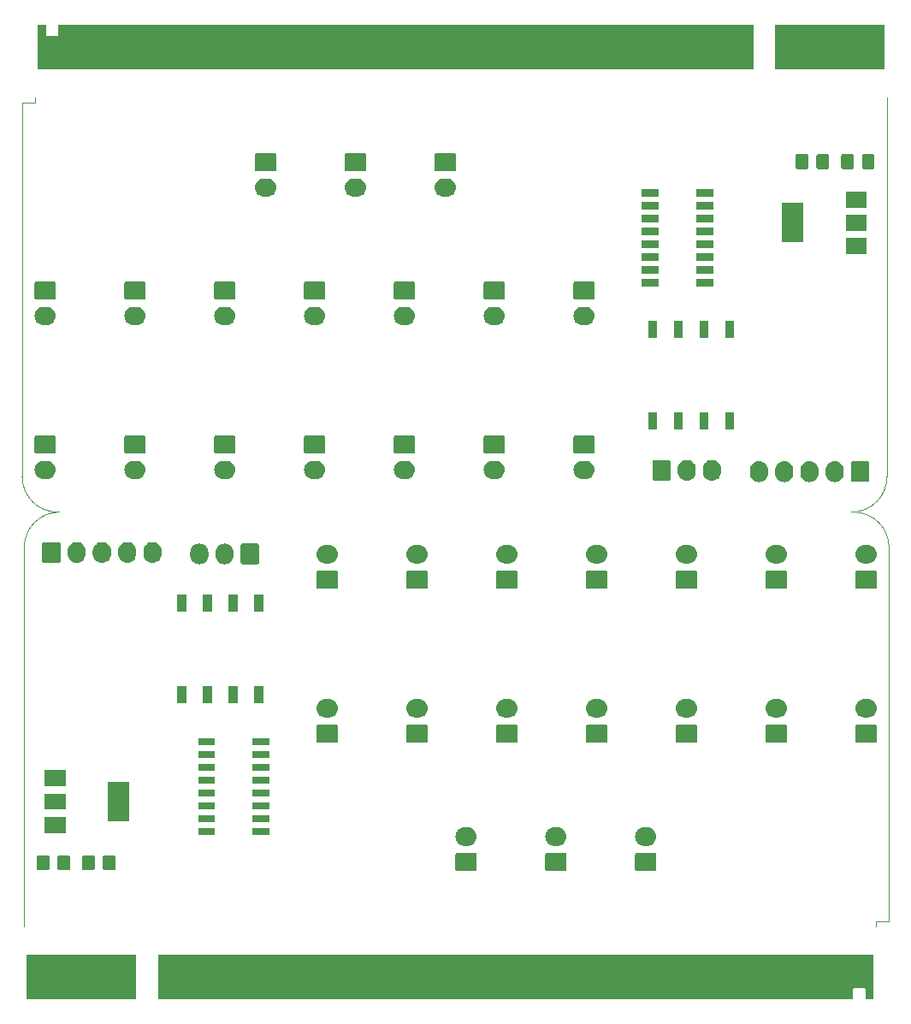
<source format=gts>
G04 #@! TF.GenerationSoftware,KiCad,Pcbnew,(5.1.5)-3*
G04 #@! TF.CreationDate,2020-03-05T02:40:22+09:00*
G04 #@! TF.ProjectId,Solenoid_Valve-fin,536f6c65-6e6f-4696-945f-56616c76652d,rev?*
G04 #@! TF.SameCoordinates,Original*
G04 #@! TF.FileFunction,Soldermask,Top*
G04 #@! TF.FilePolarity,Negative*
%FSLAX46Y46*%
G04 Gerber Fmt 4.6, Leading zero omitted, Abs format (unit mm)*
G04 Created by KiCad (PCBNEW (5.1.5)-3) date 2020-03-05 02:40:22*
%MOMM*%
%LPD*%
G04 APERTURE LIST*
%ADD10C,0.100000*%
G04 APERTURE END LIST*
D10*
X125150000Y-76500000D02*
X125150000Y-39500000D01*
X210750000Y-76500000D02*
G75*
G02X207250000Y-80000000I-3500000J0D01*
G01*
X210750000Y-38950000D02*
X210750000Y-76500000D01*
X126450000Y-38950000D02*
X126450000Y-39500000D01*
X126450000Y-39500000D02*
X125150000Y-39500000D01*
X128650000Y-80000000D02*
G75*
G02X125150000Y-76500000I0J3500000D01*
G01*
X209650000Y-120500000D02*
X210950000Y-120500000D01*
X209650000Y-121050000D02*
X209650000Y-120500000D01*
X125350000Y-121050000D02*
X125350000Y-83500000D01*
X125350000Y-83500000D02*
G75*
G02X128850000Y-80000000I3500000J0D01*
G01*
X207450000Y-80000000D02*
G75*
G02X210950000Y-83500000I0J-3500000D01*
G01*
X210950000Y-83500000D02*
X210950000Y-120500000D01*
G36*
X209401000Y-128201000D02*
G01*
X208599000Y-128201000D01*
X208599000Y-127225999D01*
X208596598Y-127201613D01*
X208589485Y-127178164D01*
X208577934Y-127156553D01*
X208562389Y-127137611D01*
X208543447Y-127122066D01*
X208521836Y-127110515D01*
X208498387Y-127103402D01*
X208474001Y-127101000D01*
X207525999Y-127101000D01*
X207501613Y-127103402D01*
X207478164Y-127110515D01*
X207456553Y-127122066D01*
X207437611Y-127137611D01*
X207422066Y-127156553D01*
X207410515Y-127178164D01*
X207403402Y-127201613D01*
X207401000Y-127225999D01*
X207401000Y-128201000D01*
X138599000Y-128201000D01*
X138599000Y-123799000D01*
X209401000Y-123799000D01*
X209401000Y-128201000D01*
G37*
G36*
X136401000Y-128201000D02*
G01*
X125599000Y-128201000D01*
X125599000Y-123799000D01*
X136401000Y-123799000D01*
X136401000Y-128201000D01*
G37*
G36*
X178878600Y-113722989D02*
G01*
X178911652Y-113733015D01*
X178942103Y-113749292D01*
X178968799Y-113771201D01*
X178990708Y-113797897D01*
X179006985Y-113828348D01*
X179017011Y-113861400D01*
X179021000Y-113901903D01*
X179021000Y-115338097D01*
X179017011Y-115378600D01*
X179006985Y-115411652D01*
X178990708Y-115442103D01*
X178968799Y-115468799D01*
X178942103Y-115490708D01*
X178911652Y-115506985D01*
X178878600Y-115517011D01*
X178838097Y-115521000D01*
X177101903Y-115521000D01*
X177061400Y-115517011D01*
X177028348Y-115506985D01*
X176997897Y-115490708D01*
X176971201Y-115468799D01*
X176949292Y-115442103D01*
X176933015Y-115411652D01*
X176922989Y-115378600D01*
X176919000Y-115338097D01*
X176919000Y-113901903D01*
X176922989Y-113861400D01*
X176933015Y-113828348D01*
X176949292Y-113797897D01*
X176971201Y-113771201D01*
X176997897Y-113749292D01*
X177028348Y-113733015D01*
X177061400Y-113722989D01*
X177101903Y-113719000D01*
X178838097Y-113719000D01*
X178878600Y-113722989D01*
G37*
G36*
X169988600Y-113722989D02*
G01*
X170021652Y-113733015D01*
X170052103Y-113749292D01*
X170078799Y-113771201D01*
X170100708Y-113797897D01*
X170116985Y-113828348D01*
X170127011Y-113861400D01*
X170131000Y-113901903D01*
X170131000Y-115338097D01*
X170127011Y-115378600D01*
X170116985Y-115411652D01*
X170100708Y-115442103D01*
X170078799Y-115468799D01*
X170052103Y-115490708D01*
X170021652Y-115506985D01*
X169988600Y-115517011D01*
X169948097Y-115521000D01*
X168211903Y-115521000D01*
X168171400Y-115517011D01*
X168138348Y-115506985D01*
X168107897Y-115490708D01*
X168081201Y-115468799D01*
X168059292Y-115442103D01*
X168043015Y-115411652D01*
X168032989Y-115378600D01*
X168029000Y-115338097D01*
X168029000Y-113901903D01*
X168032989Y-113861400D01*
X168043015Y-113828348D01*
X168059292Y-113797897D01*
X168081201Y-113771201D01*
X168107897Y-113749292D01*
X168138348Y-113733015D01*
X168171400Y-113722989D01*
X168211903Y-113719000D01*
X169948097Y-113719000D01*
X169988600Y-113722989D01*
G37*
G36*
X187768600Y-113722989D02*
G01*
X187801652Y-113733015D01*
X187832103Y-113749292D01*
X187858799Y-113771201D01*
X187880708Y-113797897D01*
X187896985Y-113828348D01*
X187907011Y-113861400D01*
X187911000Y-113901903D01*
X187911000Y-115338097D01*
X187907011Y-115378600D01*
X187896985Y-115411652D01*
X187880708Y-115442103D01*
X187858799Y-115468799D01*
X187832103Y-115490708D01*
X187801652Y-115506985D01*
X187768600Y-115517011D01*
X187728097Y-115521000D01*
X185991903Y-115521000D01*
X185951400Y-115517011D01*
X185918348Y-115506985D01*
X185887897Y-115490708D01*
X185861201Y-115468799D01*
X185839292Y-115442103D01*
X185823015Y-115411652D01*
X185812989Y-115378600D01*
X185809000Y-115338097D01*
X185809000Y-113901903D01*
X185812989Y-113861400D01*
X185823015Y-113828348D01*
X185839292Y-113797897D01*
X185861201Y-113771201D01*
X185887897Y-113749292D01*
X185918348Y-113733015D01*
X185951400Y-113722989D01*
X185991903Y-113719000D01*
X187728097Y-113719000D01*
X187768600Y-113722989D01*
G37*
G36*
X127676674Y-113953465D02*
G01*
X127714367Y-113964899D01*
X127749103Y-113983466D01*
X127779548Y-114008452D01*
X127804534Y-114038897D01*
X127823101Y-114073633D01*
X127834535Y-114111326D01*
X127839000Y-114156661D01*
X127839000Y-115243339D01*
X127834535Y-115288674D01*
X127823101Y-115326367D01*
X127804534Y-115361103D01*
X127779548Y-115391548D01*
X127749103Y-115416534D01*
X127714367Y-115435101D01*
X127676674Y-115446535D01*
X127631339Y-115451000D01*
X126794661Y-115451000D01*
X126749326Y-115446535D01*
X126711633Y-115435101D01*
X126676897Y-115416534D01*
X126646452Y-115391548D01*
X126621466Y-115361103D01*
X126602899Y-115326367D01*
X126591465Y-115288674D01*
X126587000Y-115243339D01*
X126587000Y-114156661D01*
X126591465Y-114111326D01*
X126602899Y-114073633D01*
X126621466Y-114038897D01*
X126646452Y-114008452D01*
X126676897Y-113983466D01*
X126711633Y-113964899D01*
X126749326Y-113953465D01*
X126794661Y-113949000D01*
X127631339Y-113949000D01*
X127676674Y-113953465D01*
G37*
G36*
X129726674Y-113953465D02*
G01*
X129764367Y-113964899D01*
X129799103Y-113983466D01*
X129829548Y-114008452D01*
X129854534Y-114038897D01*
X129873101Y-114073633D01*
X129884535Y-114111326D01*
X129889000Y-114156661D01*
X129889000Y-115243339D01*
X129884535Y-115288674D01*
X129873101Y-115326367D01*
X129854534Y-115361103D01*
X129829548Y-115391548D01*
X129799103Y-115416534D01*
X129764367Y-115435101D01*
X129726674Y-115446535D01*
X129681339Y-115451000D01*
X128844661Y-115451000D01*
X128799326Y-115446535D01*
X128761633Y-115435101D01*
X128726897Y-115416534D01*
X128696452Y-115391548D01*
X128671466Y-115361103D01*
X128652899Y-115326367D01*
X128641465Y-115288674D01*
X128637000Y-115243339D01*
X128637000Y-114156661D01*
X128641465Y-114111326D01*
X128652899Y-114073633D01*
X128671466Y-114038897D01*
X128696452Y-114008452D01*
X128726897Y-113983466D01*
X128761633Y-113964899D01*
X128799326Y-113953465D01*
X128844661Y-113949000D01*
X129681339Y-113949000D01*
X129726674Y-113953465D01*
G37*
G36*
X134226674Y-113953465D02*
G01*
X134264367Y-113964899D01*
X134299103Y-113983466D01*
X134329548Y-114008452D01*
X134354534Y-114038897D01*
X134373101Y-114073633D01*
X134384535Y-114111326D01*
X134389000Y-114156661D01*
X134389000Y-115243339D01*
X134384535Y-115288674D01*
X134373101Y-115326367D01*
X134354534Y-115361103D01*
X134329548Y-115391548D01*
X134299103Y-115416534D01*
X134264367Y-115435101D01*
X134226674Y-115446535D01*
X134181339Y-115451000D01*
X133344661Y-115451000D01*
X133299326Y-115446535D01*
X133261633Y-115435101D01*
X133226897Y-115416534D01*
X133196452Y-115391548D01*
X133171466Y-115361103D01*
X133152899Y-115326367D01*
X133141465Y-115288674D01*
X133137000Y-115243339D01*
X133137000Y-114156661D01*
X133141465Y-114111326D01*
X133152899Y-114073633D01*
X133171466Y-114038897D01*
X133196452Y-114008452D01*
X133226897Y-113983466D01*
X133261633Y-113964899D01*
X133299326Y-113953465D01*
X133344661Y-113949000D01*
X134181339Y-113949000D01*
X134226674Y-113953465D01*
G37*
G36*
X132176674Y-113953465D02*
G01*
X132214367Y-113964899D01*
X132249103Y-113983466D01*
X132279548Y-114008452D01*
X132304534Y-114038897D01*
X132323101Y-114073633D01*
X132334535Y-114111326D01*
X132339000Y-114156661D01*
X132339000Y-115243339D01*
X132334535Y-115288674D01*
X132323101Y-115326367D01*
X132304534Y-115361103D01*
X132279548Y-115391548D01*
X132249103Y-115416534D01*
X132214367Y-115435101D01*
X132176674Y-115446535D01*
X132131339Y-115451000D01*
X131294661Y-115451000D01*
X131249326Y-115446535D01*
X131211633Y-115435101D01*
X131176897Y-115416534D01*
X131146452Y-115391548D01*
X131121466Y-115361103D01*
X131102899Y-115326367D01*
X131091465Y-115288674D01*
X131087000Y-115243339D01*
X131087000Y-114156661D01*
X131091465Y-114111326D01*
X131102899Y-114073633D01*
X131121466Y-114038897D01*
X131146452Y-114008452D01*
X131176897Y-113983466D01*
X131211633Y-113964899D01*
X131249326Y-113953465D01*
X131294661Y-113949000D01*
X132131339Y-113949000D01*
X132176674Y-113953465D01*
G37*
G36*
X178230442Y-111225518D02*
G01*
X178296627Y-111232037D01*
X178466466Y-111283557D01*
X178622991Y-111367222D01*
X178658729Y-111396552D01*
X178760186Y-111479814D01*
X178843448Y-111581271D01*
X178872778Y-111617009D01*
X178956443Y-111773534D01*
X179007963Y-111943373D01*
X179025359Y-112120000D01*
X179007963Y-112296627D01*
X178956443Y-112466466D01*
X178872778Y-112622991D01*
X178843448Y-112658729D01*
X178760186Y-112760186D01*
X178658729Y-112843448D01*
X178622991Y-112872778D01*
X178466466Y-112956443D01*
X178296627Y-113007963D01*
X178230442Y-113014482D01*
X178164260Y-113021000D01*
X177775740Y-113021000D01*
X177709558Y-113014482D01*
X177643373Y-113007963D01*
X177473534Y-112956443D01*
X177317009Y-112872778D01*
X177281271Y-112843448D01*
X177179814Y-112760186D01*
X177096552Y-112658729D01*
X177067222Y-112622991D01*
X176983557Y-112466466D01*
X176932037Y-112296627D01*
X176914641Y-112120000D01*
X176932037Y-111943373D01*
X176983557Y-111773534D01*
X177067222Y-111617009D01*
X177096552Y-111581271D01*
X177179814Y-111479814D01*
X177281271Y-111396552D01*
X177317009Y-111367222D01*
X177473534Y-111283557D01*
X177643373Y-111232037D01*
X177709558Y-111225518D01*
X177775740Y-111219000D01*
X178164260Y-111219000D01*
X178230442Y-111225518D01*
G37*
G36*
X169340442Y-111225518D02*
G01*
X169406627Y-111232037D01*
X169576466Y-111283557D01*
X169732991Y-111367222D01*
X169768729Y-111396552D01*
X169870186Y-111479814D01*
X169953448Y-111581271D01*
X169982778Y-111617009D01*
X170066443Y-111773534D01*
X170117963Y-111943373D01*
X170135359Y-112120000D01*
X170117963Y-112296627D01*
X170066443Y-112466466D01*
X169982778Y-112622991D01*
X169953448Y-112658729D01*
X169870186Y-112760186D01*
X169768729Y-112843448D01*
X169732991Y-112872778D01*
X169576466Y-112956443D01*
X169406627Y-113007963D01*
X169340442Y-113014482D01*
X169274260Y-113021000D01*
X168885740Y-113021000D01*
X168819558Y-113014482D01*
X168753373Y-113007963D01*
X168583534Y-112956443D01*
X168427009Y-112872778D01*
X168391271Y-112843448D01*
X168289814Y-112760186D01*
X168206552Y-112658729D01*
X168177222Y-112622991D01*
X168093557Y-112466466D01*
X168042037Y-112296627D01*
X168024641Y-112120000D01*
X168042037Y-111943373D01*
X168093557Y-111773534D01*
X168177222Y-111617009D01*
X168206552Y-111581271D01*
X168289814Y-111479814D01*
X168391271Y-111396552D01*
X168427009Y-111367222D01*
X168583534Y-111283557D01*
X168753373Y-111232037D01*
X168819558Y-111225518D01*
X168885740Y-111219000D01*
X169274260Y-111219000D01*
X169340442Y-111225518D01*
G37*
G36*
X187120442Y-111225518D02*
G01*
X187186627Y-111232037D01*
X187356466Y-111283557D01*
X187512991Y-111367222D01*
X187548729Y-111396552D01*
X187650186Y-111479814D01*
X187733448Y-111581271D01*
X187762778Y-111617009D01*
X187846443Y-111773534D01*
X187897963Y-111943373D01*
X187915359Y-112120000D01*
X187897963Y-112296627D01*
X187846443Y-112466466D01*
X187762778Y-112622991D01*
X187733448Y-112658729D01*
X187650186Y-112760186D01*
X187548729Y-112843448D01*
X187512991Y-112872778D01*
X187356466Y-112956443D01*
X187186627Y-113007963D01*
X187120442Y-113014482D01*
X187054260Y-113021000D01*
X186665740Y-113021000D01*
X186599558Y-113014482D01*
X186533373Y-113007963D01*
X186363534Y-112956443D01*
X186207009Y-112872778D01*
X186171271Y-112843448D01*
X186069814Y-112760186D01*
X185986552Y-112658729D01*
X185957222Y-112622991D01*
X185873557Y-112466466D01*
X185822037Y-112296627D01*
X185804641Y-112120000D01*
X185822037Y-111943373D01*
X185873557Y-111773534D01*
X185957222Y-111617009D01*
X185986552Y-111581271D01*
X186069814Y-111479814D01*
X186171271Y-111396552D01*
X186207009Y-111367222D01*
X186363534Y-111283557D01*
X186533373Y-111232037D01*
X186599558Y-111225518D01*
X186665740Y-111219000D01*
X187054260Y-111219000D01*
X187120442Y-111225518D01*
G37*
G36*
X149645000Y-111990000D02*
G01*
X147955000Y-111990000D01*
X147955000Y-111250000D01*
X149645000Y-111250000D01*
X149645000Y-111990000D01*
G37*
G36*
X144245000Y-111990000D02*
G01*
X142555000Y-111990000D01*
X142555000Y-111250000D01*
X144245000Y-111250000D01*
X144245000Y-111990000D01*
G37*
G36*
X129451000Y-111751000D02*
G01*
X127349000Y-111751000D01*
X127349000Y-110149000D01*
X129451000Y-110149000D01*
X129451000Y-111751000D01*
G37*
G36*
X149645000Y-110720000D02*
G01*
X147955000Y-110720000D01*
X147955000Y-109980000D01*
X149645000Y-109980000D01*
X149645000Y-110720000D01*
G37*
G36*
X144245000Y-110720000D02*
G01*
X142555000Y-110720000D01*
X142555000Y-109980000D01*
X144245000Y-109980000D01*
X144245000Y-110720000D01*
G37*
G36*
X135751000Y-110601000D02*
G01*
X133649000Y-110601000D01*
X133649000Y-106699000D01*
X135751000Y-106699000D01*
X135751000Y-110601000D01*
G37*
G36*
X129451000Y-109451000D02*
G01*
X127349000Y-109451000D01*
X127349000Y-107849000D01*
X129451000Y-107849000D01*
X129451000Y-109451000D01*
G37*
G36*
X144245000Y-109450000D02*
G01*
X142555000Y-109450000D01*
X142555000Y-108710000D01*
X144245000Y-108710000D01*
X144245000Y-109450000D01*
G37*
G36*
X149645000Y-109450000D02*
G01*
X147955000Y-109450000D01*
X147955000Y-108710000D01*
X149645000Y-108710000D01*
X149645000Y-109450000D01*
G37*
G36*
X144245000Y-108180000D02*
G01*
X142555000Y-108180000D01*
X142555000Y-107440000D01*
X144245000Y-107440000D01*
X144245000Y-108180000D01*
G37*
G36*
X149645000Y-108180000D02*
G01*
X147955000Y-108180000D01*
X147955000Y-107440000D01*
X149645000Y-107440000D01*
X149645000Y-108180000D01*
G37*
G36*
X129451000Y-107151000D02*
G01*
X127349000Y-107151000D01*
X127349000Y-105549000D01*
X129451000Y-105549000D01*
X129451000Y-107151000D01*
G37*
G36*
X149645000Y-106910000D02*
G01*
X147955000Y-106910000D01*
X147955000Y-106170000D01*
X149645000Y-106170000D01*
X149645000Y-106910000D01*
G37*
G36*
X144245000Y-106910000D02*
G01*
X142555000Y-106910000D01*
X142555000Y-106170000D01*
X144245000Y-106170000D01*
X144245000Y-106910000D01*
G37*
G36*
X144245000Y-105640000D02*
G01*
X142555000Y-105640000D01*
X142555000Y-104900000D01*
X144245000Y-104900000D01*
X144245000Y-105640000D01*
G37*
G36*
X149645000Y-105640000D02*
G01*
X147955000Y-105640000D01*
X147955000Y-104900000D01*
X149645000Y-104900000D01*
X149645000Y-105640000D01*
G37*
G36*
X149645000Y-104370000D02*
G01*
X147955000Y-104370000D01*
X147955000Y-103630000D01*
X149645000Y-103630000D01*
X149645000Y-104370000D01*
G37*
G36*
X144245000Y-104370000D02*
G01*
X142555000Y-104370000D01*
X142555000Y-103630000D01*
X144245000Y-103630000D01*
X144245000Y-104370000D01*
G37*
G36*
X149645000Y-103100000D02*
G01*
X147955000Y-103100000D01*
X147955000Y-102360000D01*
X149645000Y-102360000D01*
X149645000Y-103100000D01*
G37*
G36*
X144245000Y-103100000D02*
G01*
X142555000Y-103100000D01*
X142555000Y-102360000D01*
X144245000Y-102360000D01*
X144245000Y-103100000D01*
G37*
G36*
X182918600Y-101022989D02*
G01*
X182951652Y-101033015D01*
X182982103Y-101049292D01*
X183008799Y-101071201D01*
X183030708Y-101097897D01*
X183046985Y-101128348D01*
X183057011Y-101161400D01*
X183061000Y-101201903D01*
X183061000Y-102638097D01*
X183057011Y-102678600D01*
X183046985Y-102711652D01*
X183030708Y-102742103D01*
X183008799Y-102768799D01*
X182982103Y-102790708D01*
X182951652Y-102806985D01*
X182918600Y-102817011D01*
X182878097Y-102821000D01*
X181141903Y-102821000D01*
X181101400Y-102817011D01*
X181068348Y-102806985D01*
X181037897Y-102790708D01*
X181011201Y-102768799D01*
X180989292Y-102742103D01*
X180973015Y-102711652D01*
X180962989Y-102678600D01*
X180959000Y-102638097D01*
X180959000Y-101201903D01*
X180962989Y-101161400D01*
X180973015Y-101128348D01*
X180989292Y-101097897D01*
X181011201Y-101071201D01*
X181037897Y-101049292D01*
X181068348Y-101033015D01*
X181101400Y-101022989D01*
X181141903Y-101019000D01*
X182878097Y-101019000D01*
X182918600Y-101022989D01*
G37*
G36*
X174028600Y-101022989D02*
G01*
X174061652Y-101033015D01*
X174092103Y-101049292D01*
X174118799Y-101071201D01*
X174140708Y-101097897D01*
X174156985Y-101128348D01*
X174167011Y-101161400D01*
X174171000Y-101201903D01*
X174171000Y-102638097D01*
X174167011Y-102678600D01*
X174156985Y-102711652D01*
X174140708Y-102742103D01*
X174118799Y-102768799D01*
X174092103Y-102790708D01*
X174061652Y-102806985D01*
X174028600Y-102817011D01*
X173988097Y-102821000D01*
X172251903Y-102821000D01*
X172211400Y-102817011D01*
X172178348Y-102806985D01*
X172147897Y-102790708D01*
X172121201Y-102768799D01*
X172099292Y-102742103D01*
X172083015Y-102711652D01*
X172072989Y-102678600D01*
X172069000Y-102638097D01*
X172069000Y-101201903D01*
X172072989Y-101161400D01*
X172083015Y-101128348D01*
X172099292Y-101097897D01*
X172121201Y-101071201D01*
X172147897Y-101049292D01*
X172178348Y-101033015D01*
X172211400Y-101022989D01*
X172251903Y-101019000D01*
X173988097Y-101019000D01*
X174028600Y-101022989D01*
G37*
G36*
X156248600Y-101022989D02*
G01*
X156281652Y-101033015D01*
X156312103Y-101049292D01*
X156338799Y-101071201D01*
X156360708Y-101097897D01*
X156376985Y-101128348D01*
X156387011Y-101161400D01*
X156391000Y-101201903D01*
X156391000Y-102638097D01*
X156387011Y-102678600D01*
X156376985Y-102711652D01*
X156360708Y-102742103D01*
X156338799Y-102768799D01*
X156312103Y-102790708D01*
X156281652Y-102806985D01*
X156248600Y-102817011D01*
X156208097Y-102821000D01*
X154471903Y-102821000D01*
X154431400Y-102817011D01*
X154398348Y-102806985D01*
X154367897Y-102790708D01*
X154341201Y-102768799D01*
X154319292Y-102742103D01*
X154303015Y-102711652D01*
X154292989Y-102678600D01*
X154289000Y-102638097D01*
X154289000Y-101201903D01*
X154292989Y-101161400D01*
X154303015Y-101128348D01*
X154319292Y-101097897D01*
X154341201Y-101071201D01*
X154367897Y-101049292D01*
X154398348Y-101033015D01*
X154431400Y-101022989D01*
X154471903Y-101019000D01*
X156208097Y-101019000D01*
X156248600Y-101022989D01*
G37*
G36*
X209588600Y-101022989D02*
G01*
X209621652Y-101033015D01*
X209652103Y-101049292D01*
X209678799Y-101071201D01*
X209700708Y-101097897D01*
X209716985Y-101128348D01*
X209727011Y-101161400D01*
X209731000Y-101201903D01*
X209731000Y-102638097D01*
X209727011Y-102678600D01*
X209716985Y-102711652D01*
X209700708Y-102742103D01*
X209678799Y-102768799D01*
X209652103Y-102790708D01*
X209621652Y-102806985D01*
X209588600Y-102817011D01*
X209548097Y-102821000D01*
X207811903Y-102821000D01*
X207771400Y-102817011D01*
X207738348Y-102806985D01*
X207707897Y-102790708D01*
X207681201Y-102768799D01*
X207659292Y-102742103D01*
X207643015Y-102711652D01*
X207632989Y-102678600D01*
X207629000Y-102638097D01*
X207629000Y-101201903D01*
X207632989Y-101161400D01*
X207643015Y-101128348D01*
X207659292Y-101097897D01*
X207681201Y-101071201D01*
X207707897Y-101049292D01*
X207738348Y-101033015D01*
X207771400Y-101022989D01*
X207811903Y-101019000D01*
X209548097Y-101019000D01*
X209588600Y-101022989D01*
G37*
G36*
X165138600Y-101022989D02*
G01*
X165171652Y-101033015D01*
X165202103Y-101049292D01*
X165228799Y-101071201D01*
X165250708Y-101097897D01*
X165266985Y-101128348D01*
X165277011Y-101161400D01*
X165281000Y-101201903D01*
X165281000Y-102638097D01*
X165277011Y-102678600D01*
X165266985Y-102711652D01*
X165250708Y-102742103D01*
X165228799Y-102768799D01*
X165202103Y-102790708D01*
X165171652Y-102806985D01*
X165138600Y-102817011D01*
X165098097Y-102821000D01*
X163361903Y-102821000D01*
X163321400Y-102817011D01*
X163288348Y-102806985D01*
X163257897Y-102790708D01*
X163231201Y-102768799D01*
X163209292Y-102742103D01*
X163193015Y-102711652D01*
X163182989Y-102678600D01*
X163179000Y-102638097D01*
X163179000Y-101201903D01*
X163182989Y-101161400D01*
X163193015Y-101128348D01*
X163209292Y-101097897D01*
X163231201Y-101071201D01*
X163257897Y-101049292D01*
X163288348Y-101033015D01*
X163321400Y-101022989D01*
X163361903Y-101019000D01*
X165098097Y-101019000D01*
X165138600Y-101022989D01*
G37*
G36*
X191808600Y-101022989D02*
G01*
X191841652Y-101033015D01*
X191872103Y-101049292D01*
X191898799Y-101071201D01*
X191920708Y-101097897D01*
X191936985Y-101128348D01*
X191947011Y-101161400D01*
X191951000Y-101201903D01*
X191951000Y-102638097D01*
X191947011Y-102678600D01*
X191936985Y-102711652D01*
X191920708Y-102742103D01*
X191898799Y-102768799D01*
X191872103Y-102790708D01*
X191841652Y-102806985D01*
X191808600Y-102817011D01*
X191768097Y-102821000D01*
X190031903Y-102821000D01*
X189991400Y-102817011D01*
X189958348Y-102806985D01*
X189927897Y-102790708D01*
X189901201Y-102768799D01*
X189879292Y-102742103D01*
X189863015Y-102711652D01*
X189852989Y-102678600D01*
X189849000Y-102638097D01*
X189849000Y-101201903D01*
X189852989Y-101161400D01*
X189863015Y-101128348D01*
X189879292Y-101097897D01*
X189901201Y-101071201D01*
X189927897Y-101049292D01*
X189958348Y-101033015D01*
X189991400Y-101022989D01*
X190031903Y-101019000D01*
X191768097Y-101019000D01*
X191808600Y-101022989D01*
G37*
G36*
X200698600Y-101022989D02*
G01*
X200731652Y-101033015D01*
X200762103Y-101049292D01*
X200788799Y-101071201D01*
X200810708Y-101097897D01*
X200826985Y-101128348D01*
X200837011Y-101161400D01*
X200841000Y-101201903D01*
X200841000Y-102638097D01*
X200837011Y-102678600D01*
X200826985Y-102711652D01*
X200810708Y-102742103D01*
X200788799Y-102768799D01*
X200762103Y-102790708D01*
X200731652Y-102806985D01*
X200698600Y-102817011D01*
X200658097Y-102821000D01*
X198921903Y-102821000D01*
X198881400Y-102817011D01*
X198848348Y-102806985D01*
X198817897Y-102790708D01*
X198791201Y-102768799D01*
X198769292Y-102742103D01*
X198753015Y-102711652D01*
X198742989Y-102678600D01*
X198739000Y-102638097D01*
X198739000Y-101201903D01*
X198742989Y-101161400D01*
X198753015Y-101128348D01*
X198769292Y-101097897D01*
X198791201Y-101071201D01*
X198817897Y-101049292D01*
X198848348Y-101033015D01*
X198881400Y-101022989D01*
X198921903Y-101019000D01*
X200658097Y-101019000D01*
X200698600Y-101022989D01*
G37*
G36*
X182270442Y-98525518D02*
G01*
X182336627Y-98532037D01*
X182506466Y-98583557D01*
X182662991Y-98667222D01*
X182698729Y-98696552D01*
X182800186Y-98779814D01*
X182883448Y-98881271D01*
X182912778Y-98917009D01*
X182996443Y-99073534D01*
X183047963Y-99243373D01*
X183065359Y-99420000D01*
X183047963Y-99596627D01*
X182996443Y-99766466D01*
X182912778Y-99922991D01*
X182883448Y-99958729D01*
X182800186Y-100060186D01*
X182698729Y-100143448D01*
X182662991Y-100172778D01*
X182506466Y-100256443D01*
X182336627Y-100307963D01*
X182270443Y-100314481D01*
X182204260Y-100321000D01*
X181815740Y-100321000D01*
X181749557Y-100314481D01*
X181683373Y-100307963D01*
X181513534Y-100256443D01*
X181357009Y-100172778D01*
X181321271Y-100143448D01*
X181219814Y-100060186D01*
X181136552Y-99958729D01*
X181107222Y-99922991D01*
X181023557Y-99766466D01*
X180972037Y-99596627D01*
X180954641Y-99420000D01*
X180972037Y-99243373D01*
X181023557Y-99073534D01*
X181107222Y-98917009D01*
X181136552Y-98881271D01*
X181219814Y-98779814D01*
X181321271Y-98696552D01*
X181357009Y-98667222D01*
X181513534Y-98583557D01*
X181683373Y-98532037D01*
X181749557Y-98525519D01*
X181815740Y-98519000D01*
X182204260Y-98519000D01*
X182270442Y-98525518D01*
G37*
G36*
X155600442Y-98525518D02*
G01*
X155666627Y-98532037D01*
X155836466Y-98583557D01*
X155992991Y-98667222D01*
X156028729Y-98696552D01*
X156130186Y-98779814D01*
X156213448Y-98881271D01*
X156242778Y-98917009D01*
X156326443Y-99073534D01*
X156377963Y-99243373D01*
X156395359Y-99420000D01*
X156377963Y-99596627D01*
X156326443Y-99766466D01*
X156242778Y-99922991D01*
X156213448Y-99958729D01*
X156130186Y-100060186D01*
X156028729Y-100143448D01*
X155992991Y-100172778D01*
X155836466Y-100256443D01*
X155666627Y-100307963D01*
X155600443Y-100314481D01*
X155534260Y-100321000D01*
X155145740Y-100321000D01*
X155079557Y-100314481D01*
X155013373Y-100307963D01*
X154843534Y-100256443D01*
X154687009Y-100172778D01*
X154651271Y-100143448D01*
X154549814Y-100060186D01*
X154466552Y-99958729D01*
X154437222Y-99922991D01*
X154353557Y-99766466D01*
X154302037Y-99596627D01*
X154284641Y-99420000D01*
X154302037Y-99243373D01*
X154353557Y-99073534D01*
X154437222Y-98917009D01*
X154466552Y-98881271D01*
X154549814Y-98779814D01*
X154651271Y-98696552D01*
X154687009Y-98667222D01*
X154843534Y-98583557D01*
X155013373Y-98532037D01*
X155079557Y-98525519D01*
X155145740Y-98519000D01*
X155534260Y-98519000D01*
X155600442Y-98525518D01*
G37*
G36*
X164490442Y-98525518D02*
G01*
X164556627Y-98532037D01*
X164726466Y-98583557D01*
X164882991Y-98667222D01*
X164918729Y-98696552D01*
X165020186Y-98779814D01*
X165103448Y-98881271D01*
X165132778Y-98917009D01*
X165216443Y-99073534D01*
X165267963Y-99243373D01*
X165285359Y-99420000D01*
X165267963Y-99596627D01*
X165216443Y-99766466D01*
X165132778Y-99922991D01*
X165103448Y-99958729D01*
X165020186Y-100060186D01*
X164918729Y-100143448D01*
X164882991Y-100172778D01*
X164726466Y-100256443D01*
X164556627Y-100307963D01*
X164490443Y-100314481D01*
X164424260Y-100321000D01*
X164035740Y-100321000D01*
X163969557Y-100314481D01*
X163903373Y-100307963D01*
X163733534Y-100256443D01*
X163577009Y-100172778D01*
X163541271Y-100143448D01*
X163439814Y-100060186D01*
X163356552Y-99958729D01*
X163327222Y-99922991D01*
X163243557Y-99766466D01*
X163192037Y-99596627D01*
X163174641Y-99420000D01*
X163192037Y-99243373D01*
X163243557Y-99073534D01*
X163327222Y-98917009D01*
X163356552Y-98881271D01*
X163439814Y-98779814D01*
X163541271Y-98696552D01*
X163577009Y-98667222D01*
X163733534Y-98583557D01*
X163903373Y-98532037D01*
X163969557Y-98525519D01*
X164035740Y-98519000D01*
X164424260Y-98519000D01*
X164490442Y-98525518D01*
G37*
G36*
X173380442Y-98525518D02*
G01*
X173446627Y-98532037D01*
X173616466Y-98583557D01*
X173772991Y-98667222D01*
X173808729Y-98696552D01*
X173910186Y-98779814D01*
X173993448Y-98881271D01*
X174022778Y-98917009D01*
X174106443Y-99073534D01*
X174157963Y-99243373D01*
X174175359Y-99420000D01*
X174157963Y-99596627D01*
X174106443Y-99766466D01*
X174022778Y-99922991D01*
X173993448Y-99958729D01*
X173910186Y-100060186D01*
X173808729Y-100143448D01*
X173772991Y-100172778D01*
X173616466Y-100256443D01*
X173446627Y-100307963D01*
X173380443Y-100314481D01*
X173314260Y-100321000D01*
X172925740Y-100321000D01*
X172859557Y-100314481D01*
X172793373Y-100307963D01*
X172623534Y-100256443D01*
X172467009Y-100172778D01*
X172431271Y-100143448D01*
X172329814Y-100060186D01*
X172246552Y-99958729D01*
X172217222Y-99922991D01*
X172133557Y-99766466D01*
X172082037Y-99596627D01*
X172064641Y-99420000D01*
X172082037Y-99243373D01*
X172133557Y-99073534D01*
X172217222Y-98917009D01*
X172246552Y-98881271D01*
X172329814Y-98779814D01*
X172431271Y-98696552D01*
X172467009Y-98667222D01*
X172623534Y-98583557D01*
X172793373Y-98532037D01*
X172859557Y-98525519D01*
X172925740Y-98519000D01*
X173314260Y-98519000D01*
X173380442Y-98525518D01*
G37*
G36*
X191160442Y-98525518D02*
G01*
X191226627Y-98532037D01*
X191396466Y-98583557D01*
X191552991Y-98667222D01*
X191588729Y-98696552D01*
X191690186Y-98779814D01*
X191773448Y-98881271D01*
X191802778Y-98917009D01*
X191886443Y-99073534D01*
X191937963Y-99243373D01*
X191955359Y-99420000D01*
X191937963Y-99596627D01*
X191886443Y-99766466D01*
X191802778Y-99922991D01*
X191773448Y-99958729D01*
X191690186Y-100060186D01*
X191588729Y-100143448D01*
X191552991Y-100172778D01*
X191396466Y-100256443D01*
X191226627Y-100307963D01*
X191160443Y-100314481D01*
X191094260Y-100321000D01*
X190705740Y-100321000D01*
X190639557Y-100314481D01*
X190573373Y-100307963D01*
X190403534Y-100256443D01*
X190247009Y-100172778D01*
X190211271Y-100143448D01*
X190109814Y-100060186D01*
X190026552Y-99958729D01*
X189997222Y-99922991D01*
X189913557Y-99766466D01*
X189862037Y-99596627D01*
X189844641Y-99420000D01*
X189862037Y-99243373D01*
X189913557Y-99073534D01*
X189997222Y-98917009D01*
X190026552Y-98881271D01*
X190109814Y-98779814D01*
X190211271Y-98696552D01*
X190247009Y-98667222D01*
X190403534Y-98583557D01*
X190573373Y-98532037D01*
X190639557Y-98525519D01*
X190705740Y-98519000D01*
X191094260Y-98519000D01*
X191160442Y-98525518D01*
G37*
G36*
X200050442Y-98525518D02*
G01*
X200116627Y-98532037D01*
X200286466Y-98583557D01*
X200442991Y-98667222D01*
X200478729Y-98696552D01*
X200580186Y-98779814D01*
X200663448Y-98881271D01*
X200692778Y-98917009D01*
X200776443Y-99073534D01*
X200827963Y-99243373D01*
X200845359Y-99420000D01*
X200827963Y-99596627D01*
X200776443Y-99766466D01*
X200692778Y-99922991D01*
X200663448Y-99958729D01*
X200580186Y-100060186D01*
X200478729Y-100143448D01*
X200442991Y-100172778D01*
X200286466Y-100256443D01*
X200116627Y-100307963D01*
X200050443Y-100314481D01*
X199984260Y-100321000D01*
X199595740Y-100321000D01*
X199529557Y-100314481D01*
X199463373Y-100307963D01*
X199293534Y-100256443D01*
X199137009Y-100172778D01*
X199101271Y-100143448D01*
X198999814Y-100060186D01*
X198916552Y-99958729D01*
X198887222Y-99922991D01*
X198803557Y-99766466D01*
X198752037Y-99596627D01*
X198734641Y-99420000D01*
X198752037Y-99243373D01*
X198803557Y-99073534D01*
X198887222Y-98917009D01*
X198916552Y-98881271D01*
X198999814Y-98779814D01*
X199101271Y-98696552D01*
X199137009Y-98667222D01*
X199293534Y-98583557D01*
X199463373Y-98532037D01*
X199529557Y-98525519D01*
X199595740Y-98519000D01*
X199984260Y-98519000D01*
X200050442Y-98525518D01*
G37*
G36*
X208940442Y-98525518D02*
G01*
X209006627Y-98532037D01*
X209176466Y-98583557D01*
X209332991Y-98667222D01*
X209368729Y-98696552D01*
X209470186Y-98779814D01*
X209553448Y-98881271D01*
X209582778Y-98917009D01*
X209666443Y-99073534D01*
X209717963Y-99243373D01*
X209735359Y-99420000D01*
X209717963Y-99596627D01*
X209666443Y-99766466D01*
X209582778Y-99922991D01*
X209553448Y-99958729D01*
X209470186Y-100060186D01*
X209368729Y-100143448D01*
X209332991Y-100172778D01*
X209176466Y-100256443D01*
X209006627Y-100307963D01*
X208940443Y-100314481D01*
X208874260Y-100321000D01*
X208485740Y-100321000D01*
X208419557Y-100314481D01*
X208353373Y-100307963D01*
X208183534Y-100256443D01*
X208027009Y-100172778D01*
X207991271Y-100143448D01*
X207889814Y-100060186D01*
X207806552Y-99958729D01*
X207777222Y-99922991D01*
X207693557Y-99766466D01*
X207642037Y-99596627D01*
X207624641Y-99420000D01*
X207642037Y-99243373D01*
X207693557Y-99073534D01*
X207777222Y-98917009D01*
X207806552Y-98881271D01*
X207889814Y-98779814D01*
X207991271Y-98696552D01*
X208027009Y-98667222D01*
X208183534Y-98583557D01*
X208353373Y-98532037D01*
X208419557Y-98525519D01*
X208485740Y-98519000D01*
X208874260Y-98519000D01*
X208940442Y-98525518D01*
G37*
G36*
X141371000Y-98951000D02*
G01*
X140469000Y-98951000D01*
X140469000Y-97249000D01*
X141371000Y-97249000D01*
X141371000Y-98951000D01*
G37*
G36*
X143911000Y-98951000D02*
G01*
X143009000Y-98951000D01*
X143009000Y-97249000D01*
X143911000Y-97249000D01*
X143911000Y-98951000D01*
G37*
G36*
X146451000Y-98951000D02*
G01*
X145549000Y-98951000D01*
X145549000Y-97249000D01*
X146451000Y-97249000D01*
X146451000Y-98951000D01*
G37*
G36*
X148991000Y-98951000D02*
G01*
X148089000Y-98951000D01*
X148089000Y-97249000D01*
X148991000Y-97249000D01*
X148991000Y-98951000D01*
G37*
G36*
X146451000Y-89851000D02*
G01*
X145549000Y-89851000D01*
X145549000Y-88149000D01*
X146451000Y-88149000D01*
X146451000Y-89851000D01*
G37*
G36*
X143911000Y-89851000D02*
G01*
X143009000Y-89851000D01*
X143009000Y-88149000D01*
X143911000Y-88149000D01*
X143911000Y-89851000D01*
G37*
G36*
X141371000Y-89851000D02*
G01*
X140469000Y-89851000D01*
X140469000Y-88149000D01*
X141371000Y-88149000D01*
X141371000Y-89851000D01*
G37*
G36*
X148991000Y-89851000D02*
G01*
X148089000Y-89851000D01*
X148089000Y-88149000D01*
X148991000Y-88149000D01*
X148991000Y-89851000D01*
G37*
G36*
X209588600Y-85782989D02*
G01*
X209621652Y-85793015D01*
X209652103Y-85809292D01*
X209678799Y-85831201D01*
X209700708Y-85857897D01*
X209716985Y-85888348D01*
X209727011Y-85921400D01*
X209731000Y-85961903D01*
X209731000Y-87398097D01*
X209727011Y-87438600D01*
X209716985Y-87471652D01*
X209700708Y-87502103D01*
X209678799Y-87528799D01*
X209652103Y-87550708D01*
X209621652Y-87566985D01*
X209588600Y-87577011D01*
X209548097Y-87581000D01*
X207811903Y-87581000D01*
X207771400Y-87577011D01*
X207738348Y-87566985D01*
X207707897Y-87550708D01*
X207681201Y-87528799D01*
X207659292Y-87502103D01*
X207643015Y-87471652D01*
X207632989Y-87438600D01*
X207629000Y-87398097D01*
X207629000Y-85961903D01*
X207632989Y-85921400D01*
X207643015Y-85888348D01*
X207659292Y-85857897D01*
X207681201Y-85831201D01*
X207707897Y-85809292D01*
X207738348Y-85793015D01*
X207771400Y-85782989D01*
X207811903Y-85779000D01*
X209548097Y-85779000D01*
X209588600Y-85782989D01*
G37*
G36*
X200698600Y-85782989D02*
G01*
X200731652Y-85793015D01*
X200762103Y-85809292D01*
X200788799Y-85831201D01*
X200810708Y-85857897D01*
X200826985Y-85888348D01*
X200837011Y-85921400D01*
X200841000Y-85961903D01*
X200841000Y-87398097D01*
X200837011Y-87438600D01*
X200826985Y-87471652D01*
X200810708Y-87502103D01*
X200788799Y-87528799D01*
X200762103Y-87550708D01*
X200731652Y-87566985D01*
X200698600Y-87577011D01*
X200658097Y-87581000D01*
X198921903Y-87581000D01*
X198881400Y-87577011D01*
X198848348Y-87566985D01*
X198817897Y-87550708D01*
X198791201Y-87528799D01*
X198769292Y-87502103D01*
X198753015Y-87471652D01*
X198742989Y-87438600D01*
X198739000Y-87398097D01*
X198739000Y-85961903D01*
X198742989Y-85921400D01*
X198753015Y-85888348D01*
X198769292Y-85857897D01*
X198791201Y-85831201D01*
X198817897Y-85809292D01*
X198848348Y-85793015D01*
X198881400Y-85782989D01*
X198921903Y-85779000D01*
X200658097Y-85779000D01*
X200698600Y-85782989D01*
G37*
G36*
X182918600Y-85782989D02*
G01*
X182951652Y-85793015D01*
X182982103Y-85809292D01*
X183008799Y-85831201D01*
X183030708Y-85857897D01*
X183046985Y-85888348D01*
X183057011Y-85921400D01*
X183061000Y-85961903D01*
X183061000Y-87398097D01*
X183057011Y-87438600D01*
X183046985Y-87471652D01*
X183030708Y-87502103D01*
X183008799Y-87528799D01*
X182982103Y-87550708D01*
X182951652Y-87566985D01*
X182918600Y-87577011D01*
X182878097Y-87581000D01*
X181141903Y-87581000D01*
X181101400Y-87577011D01*
X181068348Y-87566985D01*
X181037897Y-87550708D01*
X181011201Y-87528799D01*
X180989292Y-87502103D01*
X180973015Y-87471652D01*
X180962989Y-87438600D01*
X180959000Y-87398097D01*
X180959000Y-85961903D01*
X180962989Y-85921400D01*
X180973015Y-85888348D01*
X180989292Y-85857897D01*
X181011201Y-85831201D01*
X181037897Y-85809292D01*
X181068348Y-85793015D01*
X181101400Y-85782989D01*
X181141903Y-85779000D01*
X182878097Y-85779000D01*
X182918600Y-85782989D01*
G37*
G36*
X191808600Y-85782989D02*
G01*
X191841652Y-85793015D01*
X191872103Y-85809292D01*
X191898799Y-85831201D01*
X191920708Y-85857897D01*
X191936985Y-85888348D01*
X191947011Y-85921400D01*
X191951000Y-85961903D01*
X191951000Y-87398097D01*
X191947011Y-87438600D01*
X191936985Y-87471652D01*
X191920708Y-87502103D01*
X191898799Y-87528799D01*
X191872103Y-87550708D01*
X191841652Y-87566985D01*
X191808600Y-87577011D01*
X191768097Y-87581000D01*
X190031903Y-87581000D01*
X189991400Y-87577011D01*
X189958348Y-87566985D01*
X189927897Y-87550708D01*
X189901201Y-87528799D01*
X189879292Y-87502103D01*
X189863015Y-87471652D01*
X189852989Y-87438600D01*
X189849000Y-87398097D01*
X189849000Y-85961903D01*
X189852989Y-85921400D01*
X189863015Y-85888348D01*
X189879292Y-85857897D01*
X189901201Y-85831201D01*
X189927897Y-85809292D01*
X189958348Y-85793015D01*
X189991400Y-85782989D01*
X190031903Y-85779000D01*
X191768097Y-85779000D01*
X191808600Y-85782989D01*
G37*
G36*
X165138600Y-85782989D02*
G01*
X165171652Y-85793015D01*
X165202103Y-85809292D01*
X165228799Y-85831201D01*
X165250708Y-85857897D01*
X165266985Y-85888348D01*
X165277011Y-85921400D01*
X165281000Y-85961903D01*
X165281000Y-87398097D01*
X165277011Y-87438600D01*
X165266985Y-87471652D01*
X165250708Y-87502103D01*
X165228799Y-87528799D01*
X165202103Y-87550708D01*
X165171652Y-87566985D01*
X165138600Y-87577011D01*
X165098097Y-87581000D01*
X163361903Y-87581000D01*
X163321400Y-87577011D01*
X163288348Y-87566985D01*
X163257897Y-87550708D01*
X163231201Y-87528799D01*
X163209292Y-87502103D01*
X163193015Y-87471652D01*
X163182989Y-87438600D01*
X163179000Y-87398097D01*
X163179000Y-85961903D01*
X163182989Y-85921400D01*
X163193015Y-85888348D01*
X163209292Y-85857897D01*
X163231201Y-85831201D01*
X163257897Y-85809292D01*
X163288348Y-85793015D01*
X163321400Y-85782989D01*
X163361903Y-85779000D01*
X165098097Y-85779000D01*
X165138600Y-85782989D01*
G37*
G36*
X156248600Y-85782989D02*
G01*
X156281652Y-85793015D01*
X156312103Y-85809292D01*
X156338799Y-85831201D01*
X156360708Y-85857897D01*
X156376985Y-85888348D01*
X156387011Y-85921400D01*
X156391000Y-85961903D01*
X156391000Y-87398097D01*
X156387011Y-87438600D01*
X156376985Y-87471652D01*
X156360708Y-87502103D01*
X156338799Y-87528799D01*
X156312103Y-87550708D01*
X156281652Y-87566985D01*
X156248600Y-87577011D01*
X156208097Y-87581000D01*
X154471903Y-87581000D01*
X154431400Y-87577011D01*
X154398348Y-87566985D01*
X154367897Y-87550708D01*
X154341201Y-87528799D01*
X154319292Y-87502103D01*
X154303015Y-87471652D01*
X154292989Y-87438600D01*
X154289000Y-87398097D01*
X154289000Y-85961903D01*
X154292989Y-85921400D01*
X154303015Y-85888348D01*
X154319292Y-85857897D01*
X154341201Y-85831201D01*
X154367897Y-85809292D01*
X154398348Y-85793015D01*
X154431400Y-85782989D01*
X154471903Y-85779000D01*
X156208097Y-85779000D01*
X156248600Y-85782989D01*
G37*
G36*
X174028600Y-85782989D02*
G01*
X174061652Y-85793015D01*
X174092103Y-85809292D01*
X174118799Y-85831201D01*
X174140708Y-85857897D01*
X174156985Y-85888348D01*
X174167011Y-85921400D01*
X174171000Y-85961903D01*
X174171000Y-87398097D01*
X174167011Y-87438600D01*
X174156985Y-87471652D01*
X174140708Y-87502103D01*
X174118799Y-87528799D01*
X174092103Y-87550708D01*
X174061652Y-87566985D01*
X174028600Y-87577011D01*
X173988097Y-87581000D01*
X172251903Y-87581000D01*
X172211400Y-87577011D01*
X172178348Y-87566985D01*
X172147897Y-87550708D01*
X172121201Y-87528799D01*
X172099292Y-87502103D01*
X172083015Y-87471652D01*
X172072989Y-87438600D01*
X172069000Y-87398097D01*
X172069000Y-85961903D01*
X172072989Y-85921400D01*
X172083015Y-85888348D01*
X172099292Y-85857897D01*
X172121201Y-85831201D01*
X172147897Y-85809292D01*
X172178348Y-85793015D01*
X172211400Y-85782989D01*
X172251903Y-85779000D01*
X173988097Y-85779000D01*
X174028600Y-85782989D01*
G37*
G36*
X145356627Y-83127037D02*
G01*
X145526466Y-83178557D01*
X145682991Y-83262222D01*
X145703435Y-83279000D01*
X145820186Y-83374814D01*
X145863195Y-83427222D01*
X145932778Y-83512009D01*
X146016443Y-83668534D01*
X146067963Y-83838374D01*
X146081000Y-83970743D01*
X146081000Y-84309258D01*
X146067963Y-84441627D01*
X146016443Y-84611466D01*
X145932778Y-84767991D01*
X145903448Y-84803729D01*
X145820186Y-84905186D01*
X145682989Y-85017779D01*
X145526467Y-85101442D01*
X145526465Y-85101443D01*
X145356626Y-85152963D01*
X145180000Y-85170359D01*
X145003373Y-85152963D01*
X144833534Y-85101443D01*
X144677009Y-85017778D01*
X144632630Y-84981357D01*
X144539814Y-84905186D01*
X144427221Y-84767989D01*
X144343558Y-84611467D01*
X144343557Y-84611465D01*
X144292037Y-84441626D01*
X144279000Y-84309257D01*
X144279000Y-83970742D01*
X144292037Y-83838373D01*
X144343557Y-83668534D01*
X144427222Y-83512009D01*
X144539815Y-83374815D01*
X144677010Y-83262222D01*
X144833535Y-83178557D01*
X145003374Y-83127037D01*
X145180000Y-83109641D01*
X145356627Y-83127037D01*
G37*
G36*
X142856627Y-83127037D02*
G01*
X143026466Y-83178557D01*
X143182991Y-83262222D01*
X143203435Y-83279000D01*
X143320186Y-83374814D01*
X143363195Y-83427222D01*
X143432778Y-83512009D01*
X143516443Y-83668534D01*
X143567963Y-83838374D01*
X143581000Y-83970743D01*
X143581000Y-84309258D01*
X143567963Y-84441627D01*
X143516443Y-84611466D01*
X143432778Y-84767991D01*
X143403448Y-84803729D01*
X143320186Y-84905186D01*
X143182989Y-85017779D01*
X143026467Y-85101442D01*
X143026465Y-85101443D01*
X142856626Y-85152963D01*
X142680000Y-85170359D01*
X142503373Y-85152963D01*
X142333534Y-85101443D01*
X142177009Y-85017778D01*
X142132630Y-84981357D01*
X142039814Y-84905186D01*
X141927221Y-84767989D01*
X141843558Y-84611467D01*
X141843557Y-84611465D01*
X141792037Y-84441626D01*
X141779000Y-84309257D01*
X141779000Y-83970742D01*
X141792037Y-83838373D01*
X141843557Y-83668534D01*
X141927222Y-83512009D01*
X142039815Y-83374815D01*
X142177010Y-83262222D01*
X142333535Y-83178557D01*
X142503374Y-83127037D01*
X142680000Y-83109641D01*
X142856627Y-83127037D01*
G37*
G36*
X148438600Y-83117989D02*
G01*
X148471652Y-83128015D01*
X148502103Y-83144292D01*
X148528799Y-83166201D01*
X148550708Y-83192897D01*
X148566985Y-83223348D01*
X148577011Y-83256400D01*
X148581000Y-83296903D01*
X148581000Y-84983097D01*
X148577011Y-85023600D01*
X148566985Y-85056652D01*
X148550708Y-85087103D01*
X148528799Y-85113799D01*
X148502103Y-85135708D01*
X148471652Y-85151985D01*
X148438600Y-85162011D01*
X148398097Y-85166000D01*
X146961903Y-85166000D01*
X146921400Y-85162011D01*
X146888348Y-85151985D01*
X146857897Y-85135708D01*
X146831201Y-85113799D01*
X146809292Y-85087103D01*
X146793015Y-85056652D01*
X146782989Y-85023600D01*
X146779000Y-84983097D01*
X146779000Y-83296903D01*
X146782989Y-83256400D01*
X146793015Y-83223348D01*
X146809292Y-83192897D01*
X146831201Y-83166201D01*
X146857897Y-83144292D01*
X146888348Y-83128015D01*
X146921400Y-83117989D01*
X146961903Y-83114000D01*
X148398097Y-83114000D01*
X148438600Y-83117989D01*
G37*
G36*
X173380443Y-83285519D02*
G01*
X173446627Y-83292037D01*
X173616466Y-83343557D01*
X173772991Y-83427222D01*
X173808729Y-83456552D01*
X173910186Y-83539814D01*
X173993448Y-83641271D01*
X174022778Y-83677009D01*
X174106443Y-83833534D01*
X174157963Y-84003373D01*
X174175359Y-84180000D01*
X174157963Y-84356627D01*
X174106443Y-84526466D01*
X174022778Y-84682991D01*
X173993448Y-84718729D01*
X173910186Y-84820186D01*
X173832795Y-84883698D01*
X173772991Y-84932778D01*
X173772989Y-84932779D01*
X173678852Y-84983097D01*
X173616466Y-85016443D01*
X173446627Y-85067963D01*
X173380442Y-85074482D01*
X173314260Y-85081000D01*
X172925740Y-85081000D01*
X172859558Y-85074482D01*
X172793373Y-85067963D01*
X172623534Y-85016443D01*
X172561149Y-84983097D01*
X172467011Y-84932779D01*
X172467009Y-84932778D01*
X172407205Y-84883698D01*
X172329814Y-84820186D01*
X172246552Y-84718729D01*
X172217222Y-84682991D01*
X172133557Y-84526466D01*
X172082037Y-84356627D01*
X172064641Y-84180000D01*
X172082037Y-84003373D01*
X172133557Y-83833534D01*
X172217222Y-83677009D01*
X172246552Y-83641271D01*
X172329814Y-83539814D01*
X172431271Y-83456552D01*
X172467009Y-83427222D01*
X172623534Y-83343557D01*
X172793373Y-83292037D01*
X172859557Y-83285519D01*
X172925740Y-83279000D01*
X173314260Y-83279000D01*
X173380443Y-83285519D01*
G37*
G36*
X208940443Y-83285519D02*
G01*
X209006627Y-83292037D01*
X209176466Y-83343557D01*
X209332991Y-83427222D01*
X209368729Y-83456552D01*
X209470186Y-83539814D01*
X209553448Y-83641271D01*
X209582778Y-83677009D01*
X209666443Y-83833534D01*
X209717963Y-84003373D01*
X209735359Y-84180000D01*
X209717963Y-84356627D01*
X209666443Y-84526466D01*
X209582778Y-84682991D01*
X209553448Y-84718729D01*
X209470186Y-84820186D01*
X209392795Y-84883698D01*
X209332991Y-84932778D01*
X209332989Y-84932779D01*
X209238852Y-84983097D01*
X209176466Y-85016443D01*
X209006627Y-85067963D01*
X208940442Y-85074482D01*
X208874260Y-85081000D01*
X208485740Y-85081000D01*
X208419558Y-85074482D01*
X208353373Y-85067963D01*
X208183534Y-85016443D01*
X208121149Y-84983097D01*
X208027011Y-84932779D01*
X208027009Y-84932778D01*
X207967205Y-84883698D01*
X207889814Y-84820186D01*
X207806552Y-84718729D01*
X207777222Y-84682991D01*
X207693557Y-84526466D01*
X207642037Y-84356627D01*
X207624641Y-84180000D01*
X207642037Y-84003373D01*
X207693557Y-83833534D01*
X207777222Y-83677009D01*
X207806552Y-83641271D01*
X207889814Y-83539814D01*
X207991271Y-83456552D01*
X208027009Y-83427222D01*
X208183534Y-83343557D01*
X208353373Y-83292037D01*
X208419557Y-83285519D01*
X208485740Y-83279000D01*
X208874260Y-83279000D01*
X208940443Y-83285519D01*
G37*
G36*
X155600443Y-83285519D02*
G01*
X155666627Y-83292037D01*
X155836466Y-83343557D01*
X155992991Y-83427222D01*
X156028729Y-83456552D01*
X156130186Y-83539814D01*
X156213448Y-83641271D01*
X156242778Y-83677009D01*
X156326443Y-83833534D01*
X156377963Y-84003373D01*
X156395359Y-84180000D01*
X156377963Y-84356627D01*
X156326443Y-84526466D01*
X156242778Y-84682991D01*
X156213448Y-84718729D01*
X156130186Y-84820186D01*
X156052795Y-84883698D01*
X155992991Y-84932778D01*
X155992989Y-84932779D01*
X155898852Y-84983097D01*
X155836466Y-85016443D01*
X155666627Y-85067963D01*
X155600442Y-85074482D01*
X155534260Y-85081000D01*
X155145740Y-85081000D01*
X155079558Y-85074482D01*
X155013373Y-85067963D01*
X154843534Y-85016443D01*
X154781149Y-84983097D01*
X154687011Y-84932779D01*
X154687009Y-84932778D01*
X154627205Y-84883698D01*
X154549814Y-84820186D01*
X154466552Y-84718729D01*
X154437222Y-84682991D01*
X154353557Y-84526466D01*
X154302037Y-84356627D01*
X154284641Y-84180000D01*
X154302037Y-84003373D01*
X154353557Y-83833534D01*
X154437222Y-83677009D01*
X154466552Y-83641271D01*
X154549814Y-83539814D01*
X154651271Y-83456552D01*
X154687009Y-83427222D01*
X154843534Y-83343557D01*
X155013373Y-83292037D01*
X155079557Y-83285519D01*
X155145740Y-83279000D01*
X155534260Y-83279000D01*
X155600443Y-83285519D01*
G37*
G36*
X182270443Y-83285519D02*
G01*
X182336627Y-83292037D01*
X182506466Y-83343557D01*
X182662991Y-83427222D01*
X182698729Y-83456552D01*
X182800186Y-83539814D01*
X182883448Y-83641271D01*
X182912778Y-83677009D01*
X182996443Y-83833534D01*
X183047963Y-84003373D01*
X183065359Y-84180000D01*
X183047963Y-84356627D01*
X182996443Y-84526466D01*
X182912778Y-84682991D01*
X182883448Y-84718729D01*
X182800186Y-84820186D01*
X182722795Y-84883698D01*
X182662991Y-84932778D01*
X182662989Y-84932779D01*
X182568852Y-84983097D01*
X182506466Y-85016443D01*
X182336627Y-85067963D01*
X182270442Y-85074482D01*
X182204260Y-85081000D01*
X181815740Y-85081000D01*
X181749558Y-85074482D01*
X181683373Y-85067963D01*
X181513534Y-85016443D01*
X181451149Y-84983097D01*
X181357011Y-84932779D01*
X181357009Y-84932778D01*
X181297205Y-84883698D01*
X181219814Y-84820186D01*
X181136552Y-84718729D01*
X181107222Y-84682991D01*
X181023557Y-84526466D01*
X180972037Y-84356627D01*
X180954641Y-84180000D01*
X180972037Y-84003373D01*
X181023557Y-83833534D01*
X181107222Y-83677009D01*
X181136552Y-83641271D01*
X181219814Y-83539814D01*
X181321271Y-83456552D01*
X181357009Y-83427222D01*
X181513534Y-83343557D01*
X181683373Y-83292037D01*
X181749557Y-83285519D01*
X181815740Y-83279000D01*
X182204260Y-83279000D01*
X182270443Y-83285519D01*
G37*
G36*
X191160443Y-83285519D02*
G01*
X191226627Y-83292037D01*
X191396466Y-83343557D01*
X191552991Y-83427222D01*
X191588729Y-83456552D01*
X191690186Y-83539814D01*
X191773448Y-83641271D01*
X191802778Y-83677009D01*
X191886443Y-83833534D01*
X191937963Y-84003373D01*
X191955359Y-84180000D01*
X191937963Y-84356627D01*
X191886443Y-84526466D01*
X191802778Y-84682991D01*
X191773448Y-84718729D01*
X191690186Y-84820186D01*
X191612795Y-84883698D01*
X191552991Y-84932778D01*
X191552989Y-84932779D01*
X191458852Y-84983097D01*
X191396466Y-85016443D01*
X191226627Y-85067963D01*
X191160442Y-85074482D01*
X191094260Y-85081000D01*
X190705740Y-85081000D01*
X190639558Y-85074482D01*
X190573373Y-85067963D01*
X190403534Y-85016443D01*
X190341149Y-84983097D01*
X190247011Y-84932779D01*
X190247009Y-84932778D01*
X190187205Y-84883698D01*
X190109814Y-84820186D01*
X190026552Y-84718729D01*
X189997222Y-84682991D01*
X189913557Y-84526466D01*
X189862037Y-84356627D01*
X189844641Y-84180000D01*
X189862037Y-84003373D01*
X189913557Y-83833534D01*
X189997222Y-83677009D01*
X190026552Y-83641271D01*
X190109814Y-83539814D01*
X190211271Y-83456552D01*
X190247009Y-83427222D01*
X190403534Y-83343557D01*
X190573373Y-83292037D01*
X190639557Y-83285519D01*
X190705740Y-83279000D01*
X191094260Y-83279000D01*
X191160443Y-83285519D01*
G37*
G36*
X200050443Y-83285519D02*
G01*
X200116627Y-83292037D01*
X200286466Y-83343557D01*
X200442991Y-83427222D01*
X200478729Y-83456552D01*
X200580186Y-83539814D01*
X200663448Y-83641271D01*
X200692778Y-83677009D01*
X200776443Y-83833534D01*
X200827963Y-84003373D01*
X200845359Y-84180000D01*
X200827963Y-84356627D01*
X200776443Y-84526466D01*
X200692778Y-84682991D01*
X200663448Y-84718729D01*
X200580186Y-84820186D01*
X200502795Y-84883698D01*
X200442991Y-84932778D01*
X200442989Y-84932779D01*
X200348852Y-84983097D01*
X200286466Y-85016443D01*
X200116627Y-85067963D01*
X200050442Y-85074482D01*
X199984260Y-85081000D01*
X199595740Y-85081000D01*
X199529558Y-85074482D01*
X199463373Y-85067963D01*
X199293534Y-85016443D01*
X199231149Y-84983097D01*
X199137011Y-84932779D01*
X199137009Y-84932778D01*
X199077205Y-84883698D01*
X198999814Y-84820186D01*
X198916552Y-84718729D01*
X198887222Y-84682991D01*
X198803557Y-84526466D01*
X198752037Y-84356627D01*
X198734641Y-84180000D01*
X198752037Y-84003373D01*
X198803557Y-83833534D01*
X198887222Y-83677009D01*
X198916552Y-83641271D01*
X198999814Y-83539814D01*
X199101271Y-83456552D01*
X199137009Y-83427222D01*
X199293534Y-83343557D01*
X199463373Y-83292037D01*
X199529557Y-83285519D01*
X199595740Y-83279000D01*
X199984260Y-83279000D01*
X200050443Y-83285519D01*
G37*
G36*
X164490443Y-83285519D02*
G01*
X164556627Y-83292037D01*
X164726466Y-83343557D01*
X164882991Y-83427222D01*
X164918729Y-83456552D01*
X165020186Y-83539814D01*
X165103448Y-83641271D01*
X165132778Y-83677009D01*
X165216443Y-83833534D01*
X165267963Y-84003373D01*
X165285359Y-84180000D01*
X165267963Y-84356627D01*
X165216443Y-84526466D01*
X165132778Y-84682991D01*
X165103448Y-84718729D01*
X165020186Y-84820186D01*
X164942795Y-84883698D01*
X164882991Y-84932778D01*
X164882989Y-84932779D01*
X164788852Y-84983097D01*
X164726466Y-85016443D01*
X164556627Y-85067963D01*
X164490442Y-85074482D01*
X164424260Y-85081000D01*
X164035740Y-85081000D01*
X163969558Y-85074482D01*
X163903373Y-85067963D01*
X163733534Y-85016443D01*
X163671149Y-84983097D01*
X163577011Y-84932779D01*
X163577009Y-84932778D01*
X163517205Y-84883698D01*
X163439814Y-84820186D01*
X163356552Y-84718729D01*
X163327222Y-84682991D01*
X163243557Y-84526466D01*
X163192037Y-84356627D01*
X163174641Y-84180000D01*
X163192037Y-84003373D01*
X163243557Y-83833534D01*
X163327222Y-83677009D01*
X163356552Y-83641271D01*
X163439814Y-83539814D01*
X163541271Y-83456552D01*
X163577009Y-83427222D01*
X163733534Y-83343557D01*
X163903373Y-83292037D01*
X163969557Y-83285519D01*
X164035740Y-83279000D01*
X164424260Y-83279000D01*
X164490443Y-83285519D01*
G37*
G36*
X138211626Y-82987037D02*
G01*
X138381465Y-83038557D01*
X138381467Y-83038558D01*
X138537989Y-83122221D01*
X138675186Y-83234814D01*
X138726140Y-83296903D01*
X138787778Y-83372009D01*
X138871443Y-83528534D01*
X138922963Y-83698373D01*
X138936000Y-83830742D01*
X138936000Y-84169257D01*
X138922963Y-84301626D01*
X138871443Y-84471466D01*
X138787778Y-84627991D01*
X138758448Y-84663729D01*
X138675186Y-84765186D01*
X138608167Y-84820186D01*
X138537991Y-84877778D01*
X138381466Y-84961443D01*
X138211627Y-85012963D01*
X138035000Y-85030359D01*
X137858374Y-85012963D01*
X137688535Y-84961443D01*
X137532010Y-84877778D01*
X137394815Y-84765185D01*
X137282222Y-84627991D01*
X137198557Y-84471466D01*
X137147037Y-84301627D01*
X137134000Y-84169258D01*
X137134000Y-83830743D01*
X137147037Y-83698374D01*
X137198557Y-83528535D01*
X137252711Y-83427221D01*
X137282221Y-83372011D01*
X137394814Y-83234814D01*
X137517448Y-83134172D01*
X137532009Y-83122222D01*
X137688534Y-83038557D01*
X137858373Y-82987037D01*
X138035000Y-82969641D01*
X138211626Y-82987037D01*
G37*
G36*
X130711626Y-82987037D02*
G01*
X130881465Y-83038557D01*
X130881467Y-83038558D01*
X131037989Y-83122221D01*
X131175186Y-83234814D01*
X131226140Y-83296903D01*
X131287778Y-83372009D01*
X131371443Y-83528534D01*
X131422963Y-83698373D01*
X131436000Y-83830742D01*
X131436000Y-84169257D01*
X131422963Y-84301626D01*
X131371443Y-84471466D01*
X131287778Y-84627991D01*
X131258448Y-84663729D01*
X131175186Y-84765186D01*
X131108167Y-84820186D01*
X131037991Y-84877778D01*
X130881466Y-84961443D01*
X130711627Y-85012963D01*
X130535000Y-85030359D01*
X130358374Y-85012963D01*
X130188535Y-84961443D01*
X130032010Y-84877778D01*
X129894815Y-84765185D01*
X129782222Y-84627991D01*
X129698557Y-84471466D01*
X129647037Y-84301627D01*
X129634000Y-84169258D01*
X129634000Y-83830743D01*
X129647037Y-83698374D01*
X129698557Y-83528535D01*
X129752711Y-83427221D01*
X129782221Y-83372011D01*
X129894814Y-83234814D01*
X130017448Y-83134172D01*
X130032009Y-83122222D01*
X130188534Y-83038557D01*
X130358373Y-82987037D01*
X130535000Y-82969641D01*
X130711626Y-82987037D01*
G37*
G36*
X133211626Y-82987037D02*
G01*
X133381465Y-83038557D01*
X133381467Y-83038558D01*
X133537989Y-83122221D01*
X133675186Y-83234814D01*
X133726140Y-83296903D01*
X133787778Y-83372009D01*
X133871443Y-83528534D01*
X133922963Y-83698373D01*
X133936000Y-83830742D01*
X133936000Y-84169257D01*
X133922963Y-84301626D01*
X133871443Y-84471466D01*
X133787778Y-84627991D01*
X133758448Y-84663729D01*
X133675186Y-84765186D01*
X133608167Y-84820186D01*
X133537991Y-84877778D01*
X133381466Y-84961443D01*
X133211627Y-85012963D01*
X133035000Y-85030359D01*
X132858374Y-85012963D01*
X132688535Y-84961443D01*
X132532010Y-84877778D01*
X132394815Y-84765185D01*
X132282222Y-84627991D01*
X132198557Y-84471466D01*
X132147037Y-84301627D01*
X132134000Y-84169258D01*
X132134000Y-83830743D01*
X132147037Y-83698374D01*
X132198557Y-83528535D01*
X132252711Y-83427221D01*
X132282221Y-83372011D01*
X132394814Y-83234814D01*
X132517448Y-83134172D01*
X132532009Y-83122222D01*
X132688534Y-83038557D01*
X132858373Y-82987037D01*
X133035000Y-82969641D01*
X133211626Y-82987037D01*
G37*
G36*
X135711626Y-82987037D02*
G01*
X135881465Y-83038557D01*
X135881467Y-83038558D01*
X136037989Y-83122221D01*
X136175186Y-83234814D01*
X136226140Y-83296903D01*
X136287778Y-83372009D01*
X136371443Y-83528534D01*
X136422963Y-83698373D01*
X136436000Y-83830742D01*
X136436000Y-84169257D01*
X136422963Y-84301626D01*
X136371443Y-84471466D01*
X136287778Y-84627991D01*
X136258448Y-84663729D01*
X136175186Y-84765186D01*
X136108167Y-84820186D01*
X136037991Y-84877778D01*
X135881466Y-84961443D01*
X135711627Y-85012963D01*
X135535000Y-85030359D01*
X135358374Y-85012963D01*
X135188535Y-84961443D01*
X135032010Y-84877778D01*
X134894815Y-84765185D01*
X134782222Y-84627991D01*
X134698557Y-84471466D01*
X134647037Y-84301627D01*
X134634000Y-84169258D01*
X134634000Y-83830743D01*
X134647037Y-83698374D01*
X134698557Y-83528535D01*
X134752711Y-83427221D01*
X134782221Y-83372011D01*
X134894814Y-83234814D01*
X135017448Y-83134172D01*
X135032009Y-83122222D01*
X135188534Y-83038557D01*
X135358373Y-82987037D01*
X135535000Y-82969641D01*
X135711626Y-82987037D01*
G37*
G36*
X128793698Y-82977987D02*
G01*
X128826724Y-82988005D01*
X128857159Y-83004273D01*
X128883835Y-83026165D01*
X128905727Y-83052841D01*
X128921995Y-83083276D01*
X128932013Y-83116302D01*
X128936000Y-83156784D01*
X128936000Y-84843216D01*
X128932013Y-84883698D01*
X128921995Y-84916724D01*
X128905727Y-84947159D01*
X128883835Y-84973835D01*
X128857159Y-84995727D01*
X128826724Y-85011995D01*
X128793698Y-85022013D01*
X128753216Y-85026000D01*
X127316784Y-85026000D01*
X127276302Y-85022013D01*
X127243276Y-85011995D01*
X127212841Y-84995727D01*
X127186165Y-84973835D01*
X127164273Y-84947159D01*
X127148005Y-84916724D01*
X127137987Y-84883698D01*
X127134000Y-84843216D01*
X127134000Y-83156784D01*
X127137987Y-83116302D01*
X127148005Y-83083276D01*
X127164273Y-83052841D01*
X127186165Y-83026165D01*
X127212841Y-83004273D01*
X127243276Y-82988005D01*
X127276302Y-82977987D01*
X127316784Y-82974000D01*
X128753216Y-82974000D01*
X128793698Y-82977987D01*
G37*
G36*
X198241627Y-74987037D02*
G01*
X198411466Y-75038557D01*
X198567991Y-75122222D01*
X198586635Y-75137523D01*
X198705186Y-75234814D01*
X198772642Y-75317011D01*
X198817778Y-75372009D01*
X198901443Y-75528534D01*
X198952963Y-75698374D01*
X198966000Y-75830743D01*
X198966000Y-76169258D01*
X198952963Y-76301627D01*
X198901443Y-76471466D01*
X198817778Y-76627991D01*
X198794429Y-76656442D01*
X198705186Y-76765186D01*
X198567989Y-76877779D01*
X198411467Y-76961442D01*
X198411465Y-76961443D01*
X198241626Y-77012963D01*
X198065000Y-77030359D01*
X197888373Y-77012963D01*
X197718534Y-76961443D01*
X197562009Y-76877778D01*
X197517608Y-76841339D01*
X197424814Y-76765186D01*
X197312221Y-76627989D01*
X197228558Y-76471467D01*
X197225136Y-76460186D01*
X197177037Y-76301626D01*
X197164000Y-76169257D01*
X197164000Y-75830742D01*
X197177037Y-75698373D01*
X197228557Y-75528534D01*
X197312222Y-75372009D01*
X197424815Y-75234815D01*
X197562010Y-75122222D01*
X197718535Y-75038557D01*
X197888374Y-74987037D01*
X198065000Y-74969641D01*
X198241627Y-74987037D01*
G37*
G36*
X203241627Y-74987037D02*
G01*
X203411466Y-75038557D01*
X203567991Y-75122222D01*
X203586635Y-75137523D01*
X203705186Y-75234814D01*
X203772642Y-75317011D01*
X203817778Y-75372009D01*
X203901443Y-75528534D01*
X203952963Y-75698374D01*
X203966000Y-75830743D01*
X203966000Y-76169258D01*
X203952963Y-76301627D01*
X203901443Y-76471466D01*
X203817778Y-76627991D01*
X203794429Y-76656442D01*
X203705186Y-76765186D01*
X203567989Y-76877779D01*
X203411467Y-76961442D01*
X203411465Y-76961443D01*
X203241626Y-77012963D01*
X203065000Y-77030359D01*
X202888373Y-77012963D01*
X202718534Y-76961443D01*
X202562009Y-76877778D01*
X202517608Y-76841339D01*
X202424814Y-76765186D01*
X202312221Y-76627989D01*
X202228558Y-76471467D01*
X202225136Y-76460186D01*
X202177037Y-76301626D01*
X202164000Y-76169257D01*
X202164000Y-75830742D01*
X202177037Y-75698373D01*
X202228557Y-75528534D01*
X202312222Y-75372009D01*
X202424815Y-75234815D01*
X202562010Y-75122222D01*
X202718535Y-75038557D01*
X202888374Y-74987037D01*
X203065000Y-74969641D01*
X203241627Y-74987037D01*
G37*
G36*
X200741627Y-74987037D02*
G01*
X200911466Y-75038557D01*
X201067991Y-75122222D01*
X201086635Y-75137523D01*
X201205186Y-75234814D01*
X201272642Y-75317011D01*
X201317778Y-75372009D01*
X201401443Y-75528534D01*
X201452963Y-75698374D01*
X201466000Y-75830743D01*
X201466000Y-76169258D01*
X201452963Y-76301627D01*
X201401443Y-76471466D01*
X201317778Y-76627991D01*
X201294429Y-76656442D01*
X201205186Y-76765186D01*
X201067989Y-76877779D01*
X200911467Y-76961442D01*
X200911465Y-76961443D01*
X200741626Y-77012963D01*
X200565000Y-77030359D01*
X200388373Y-77012963D01*
X200218534Y-76961443D01*
X200062009Y-76877778D01*
X200017608Y-76841339D01*
X199924814Y-76765186D01*
X199812221Y-76627989D01*
X199728558Y-76471467D01*
X199725136Y-76460186D01*
X199677037Y-76301626D01*
X199664000Y-76169257D01*
X199664000Y-75830742D01*
X199677037Y-75698373D01*
X199728557Y-75528534D01*
X199812222Y-75372009D01*
X199924815Y-75234815D01*
X200062010Y-75122222D01*
X200218535Y-75038557D01*
X200388374Y-74987037D01*
X200565000Y-74969641D01*
X200741627Y-74987037D01*
G37*
G36*
X205741627Y-74987037D02*
G01*
X205911466Y-75038557D01*
X206067991Y-75122222D01*
X206086635Y-75137523D01*
X206205186Y-75234814D01*
X206272642Y-75317011D01*
X206317778Y-75372009D01*
X206401443Y-75528534D01*
X206452963Y-75698374D01*
X206466000Y-75830743D01*
X206466000Y-76169258D01*
X206452963Y-76301627D01*
X206401443Y-76471466D01*
X206317778Y-76627991D01*
X206294429Y-76656442D01*
X206205186Y-76765186D01*
X206067989Y-76877779D01*
X205911467Y-76961442D01*
X205911465Y-76961443D01*
X205741626Y-77012963D01*
X205565000Y-77030359D01*
X205388373Y-77012963D01*
X205218534Y-76961443D01*
X205062009Y-76877778D01*
X205017608Y-76841339D01*
X204924814Y-76765186D01*
X204812221Y-76627989D01*
X204728558Y-76471467D01*
X204725136Y-76460186D01*
X204677037Y-76301626D01*
X204664000Y-76169257D01*
X204664000Y-75830742D01*
X204677037Y-75698373D01*
X204728557Y-75528534D01*
X204812222Y-75372009D01*
X204924815Y-75234815D01*
X205062010Y-75122222D01*
X205218535Y-75038557D01*
X205388374Y-74987037D01*
X205565000Y-74969641D01*
X205741627Y-74987037D01*
G37*
G36*
X208823698Y-74977987D02*
G01*
X208856724Y-74988005D01*
X208887159Y-75004273D01*
X208913835Y-75026165D01*
X208935727Y-75052841D01*
X208951995Y-75083276D01*
X208962013Y-75116302D01*
X208966000Y-75156784D01*
X208966000Y-76843216D01*
X208962013Y-76883698D01*
X208951995Y-76916724D01*
X208935727Y-76947159D01*
X208913835Y-76973835D01*
X208887159Y-76995727D01*
X208856724Y-77011995D01*
X208823698Y-77022013D01*
X208783216Y-77026000D01*
X207346784Y-77026000D01*
X207306302Y-77022013D01*
X207273276Y-77011995D01*
X207242841Y-76995727D01*
X207216165Y-76973835D01*
X207194273Y-76947159D01*
X207178005Y-76916724D01*
X207167987Y-76883698D01*
X207164000Y-76843216D01*
X207164000Y-75156784D01*
X207167987Y-75116302D01*
X207178005Y-75083276D01*
X207194273Y-75052841D01*
X207216165Y-75026165D01*
X207242841Y-75004273D01*
X207273276Y-74988005D01*
X207306302Y-74977987D01*
X207346784Y-74974000D01*
X208783216Y-74974000D01*
X208823698Y-74977987D01*
G37*
G36*
X193596626Y-74847037D02*
G01*
X193766465Y-74898557D01*
X193766467Y-74898558D01*
X193922989Y-74982221D01*
X194060186Y-75094814D01*
X194129943Y-75179815D01*
X194172778Y-75232009D01*
X194256443Y-75388534D01*
X194307963Y-75558373D01*
X194321000Y-75690742D01*
X194321000Y-76029257D01*
X194307963Y-76161626D01*
X194256443Y-76331466D01*
X194172778Y-76487991D01*
X194143448Y-76523729D01*
X194060186Y-76625186D01*
X193965250Y-76703097D01*
X193922991Y-76737778D01*
X193766466Y-76821443D01*
X193596627Y-76872963D01*
X193420000Y-76890359D01*
X193243374Y-76872963D01*
X193073535Y-76821443D01*
X192917010Y-76737778D01*
X192779815Y-76625185D01*
X192667222Y-76487991D01*
X192583557Y-76331466D01*
X192532037Y-76161627D01*
X192519000Y-76029258D01*
X192519000Y-75690743D01*
X192532037Y-75558374D01*
X192583557Y-75388535D01*
X192592390Y-75372009D01*
X192667221Y-75232011D01*
X192779814Y-75094814D01*
X192890140Y-75004273D01*
X192917009Y-74982222D01*
X193073534Y-74898557D01*
X193243373Y-74847037D01*
X193420000Y-74829641D01*
X193596626Y-74847037D01*
G37*
G36*
X191096626Y-74847037D02*
G01*
X191266465Y-74898557D01*
X191266467Y-74898558D01*
X191422989Y-74982221D01*
X191560186Y-75094814D01*
X191629943Y-75179815D01*
X191672778Y-75232009D01*
X191756443Y-75388534D01*
X191807963Y-75558373D01*
X191821000Y-75690742D01*
X191821000Y-76029257D01*
X191807963Y-76161626D01*
X191756443Y-76331466D01*
X191672778Y-76487991D01*
X191643448Y-76523729D01*
X191560186Y-76625186D01*
X191465250Y-76703097D01*
X191422991Y-76737778D01*
X191266466Y-76821443D01*
X191096627Y-76872963D01*
X190920000Y-76890359D01*
X190743374Y-76872963D01*
X190573535Y-76821443D01*
X190417010Y-76737778D01*
X190279815Y-76625185D01*
X190167222Y-76487991D01*
X190083557Y-76331466D01*
X190032037Y-76161627D01*
X190019000Y-76029258D01*
X190019000Y-75690743D01*
X190032037Y-75558374D01*
X190083557Y-75388535D01*
X190092390Y-75372009D01*
X190167221Y-75232011D01*
X190279814Y-75094814D01*
X190390140Y-75004273D01*
X190417009Y-74982222D01*
X190573534Y-74898557D01*
X190743373Y-74847037D01*
X190920000Y-74829641D01*
X191096626Y-74847037D01*
G37*
G36*
X189178600Y-74837989D02*
G01*
X189211652Y-74848015D01*
X189242103Y-74864292D01*
X189268799Y-74886201D01*
X189290708Y-74912897D01*
X189306985Y-74943348D01*
X189317011Y-74976400D01*
X189321000Y-75016903D01*
X189321000Y-76703097D01*
X189317011Y-76743600D01*
X189306985Y-76776652D01*
X189290708Y-76807103D01*
X189268799Y-76833799D01*
X189242103Y-76855708D01*
X189211652Y-76871985D01*
X189178600Y-76882011D01*
X189138097Y-76886000D01*
X187701903Y-76886000D01*
X187661400Y-76882011D01*
X187628348Y-76871985D01*
X187597897Y-76855708D01*
X187571201Y-76833799D01*
X187549292Y-76807103D01*
X187533015Y-76776652D01*
X187522989Y-76743600D01*
X187519000Y-76703097D01*
X187519000Y-75016903D01*
X187522989Y-74976400D01*
X187533015Y-74943348D01*
X187549292Y-74912897D01*
X187571201Y-74886201D01*
X187597897Y-74864292D01*
X187628348Y-74848015D01*
X187661400Y-74837989D01*
X187701903Y-74834000D01*
X189138097Y-74834000D01*
X189178600Y-74837989D01*
G37*
G36*
X145460443Y-74925519D02*
G01*
X145526627Y-74932037D01*
X145696466Y-74983557D01*
X145696468Y-74983558D01*
X145762107Y-75018643D01*
X145852991Y-75067222D01*
X145882850Y-75091727D01*
X145990186Y-75179814D01*
X146073448Y-75281271D01*
X146102778Y-75317009D01*
X146186443Y-75473534D01*
X146237963Y-75643373D01*
X146255359Y-75820000D01*
X146237963Y-75996627D01*
X146186443Y-76166466D01*
X146102778Y-76322991D01*
X146095821Y-76331468D01*
X145990186Y-76460186D01*
X145888729Y-76543448D01*
X145852991Y-76572778D01*
X145696466Y-76656443D01*
X145526627Y-76707963D01*
X145460443Y-76714481D01*
X145394260Y-76721000D01*
X145005740Y-76721000D01*
X144939557Y-76714481D01*
X144873373Y-76707963D01*
X144703534Y-76656443D01*
X144547009Y-76572778D01*
X144511271Y-76543448D01*
X144409814Y-76460186D01*
X144304179Y-76331468D01*
X144297222Y-76322991D01*
X144213557Y-76166466D01*
X144162037Y-75996627D01*
X144144641Y-75820000D01*
X144162037Y-75643373D01*
X144213557Y-75473534D01*
X144297222Y-75317009D01*
X144326552Y-75281271D01*
X144409814Y-75179814D01*
X144517150Y-75091727D01*
X144547009Y-75067222D01*
X144637893Y-75018643D01*
X144703532Y-74983558D01*
X144703534Y-74983557D01*
X144873373Y-74932037D01*
X144939557Y-74925519D01*
X145005740Y-74919000D01*
X145394260Y-74919000D01*
X145460443Y-74925519D01*
G37*
G36*
X172130443Y-74925519D02*
G01*
X172196627Y-74932037D01*
X172366466Y-74983557D01*
X172366468Y-74983558D01*
X172432107Y-75018643D01*
X172522991Y-75067222D01*
X172552850Y-75091727D01*
X172660186Y-75179814D01*
X172743448Y-75281271D01*
X172772778Y-75317009D01*
X172856443Y-75473534D01*
X172907963Y-75643373D01*
X172925359Y-75820000D01*
X172907963Y-75996627D01*
X172856443Y-76166466D01*
X172772778Y-76322991D01*
X172765821Y-76331468D01*
X172660186Y-76460186D01*
X172558729Y-76543448D01*
X172522991Y-76572778D01*
X172366466Y-76656443D01*
X172196627Y-76707963D01*
X172130443Y-76714481D01*
X172064260Y-76721000D01*
X171675740Y-76721000D01*
X171609557Y-76714481D01*
X171543373Y-76707963D01*
X171373534Y-76656443D01*
X171217009Y-76572778D01*
X171181271Y-76543448D01*
X171079814Y-76460186D01*
X170974179Y-76331468D01*
X170967222Y-76322991D01*
X170883557Y-76166466D01*
X170832037Y-75996627D01*
X170814641Y-75820000D01*
X170832037Y-75643373D01*
X170883557Y-75473534D01*
X170967222Y-75317009D01*
X170996552Y-75281271D01*
X171079814Y-75179814D01*
X171187150Y-75091727D01*
X171217009Y-75067222D01*
X171307893Y-75018643D01*
X171373532Y-74983558D01*
X171373534Y-74983557D01*
X171543373Y-74932037D01*
X171609557Y-74925519D01*
X171675740Y-74919000D01*
X172064260Y-74919000D01*
X172130443Y-74925519D01*
G37*
G36*
X181020443Y-74925519D02*
G01*
X181086627Y-74932037D01*
X181256466Y-74983557D01*
X181256468Y-74983558D01*
X181322107Y-75018643D01*
X181412991Y-75067222D01*
X181442850Y-75091727D01*
X181550186Y-75179814D01*
X181633448Y-75281271D01*
X181662778Y-75317009D01*
X181746443Y-75473534D01*
X181797963Y-75643373D01*
X181815359Y-75820000D01*
X181797963Y-75996627D01*
X181746443Y-76166466D01*
X181662778Y-76322991D01*
X181655821Y-76331468D01*
X181550186Y-76460186D01*
X181448729Y-76543448D01*
X181412991Y-76572778D01*
X181256466Y-76656443D01*
X181086627Y-76707963D01*
X181020443Y-76714481D01*
X180954260Y-76721000D01*
X180565740Y-76721000D01*
X180499557Y-76714481D01*
X180433373Y-76707963D01*
X180263534Y-76656443D01*
X180107009Y-76572778D01*
X180071271Y-76543448D01*
X179969814Y-76460186D01*
X179864179Y-76331468D01*
X179857222Y-76322991D01*
X179773557Y-76166466D01*
X179722037Y-75996627D01*
X179704641Y-75820000D01*
X179722037Y-75643373D01*
X179773557Y-75473534D01*
X179857222Y-75317009D01*
X179886552Y-75281271D01*
X179969814Y-75179814D01*
X180077150Y-75091727D01*
X180107009Y-75067222D01*
X180197893Y-75018643D01*
X180263532Y-74983558D01*
X180263534Y-74983557D01*
X180433373Y-74932037D01*
X180499557Y-74925519D01*
X180565740Y-74919000D01*
X180954260Y-74919000D01*
X181020443Y-74925519D01*
G37*
G36*
X163240443Y-74925519D02*
G01*
X163306627Y-74932037D01*
X163476466Y-74983557D01*
X163476468Y-74983558D01*
X163542107Y-75018643D01*
X163632991Y-75067222D01*
X163662850Y-75091727D01*
X163770186Y-75179814D01*
X163853448Y-75281271D01*
X163882778Y-75317009D01*
X163966443Y-75473534D01*
X164017963Y-75643373D01*
X164035359Y-75820000D01*
X164017963Y-75996627D01*
X163966443Y-76166466D01*
X163882778Y-76322991D01*
X163875821Y-76331468D01*
X163770186Y-76460186D01*
X163668729Y-76543448D01*
X163632991Y-76572778D01*
X163476466Y-76656443D01*
X163306627Y-76707963D01*
X163240443Y-76714481D01*
X163174260Y-76721000D01*
X162785740Y-76721000D01*
X162719557Y-76714481D01*
X162653373Y-76707963D01*
X162483534Y-76656443D01*
X162327009Y-76572778D01*
X162291271Y-76543448D01*
X162189814Y-76460186D01*
X162084179Y-76331468D01*
X162077222Y-76322991D01*
X161993557Y-76166466D01*
X161942037Y-75996627D01*
X161924641Y-75820000D01*
X161942037Y-75643373D01*
X161993557Y-75473534D01*
X162077222Y-75317009D01*
X162106552Y-75281271D01*
X162189814Y-75179814D01*
X162297150Y-75091727D01*
X162327009Y-75067222D01*
X162417893Y-75018643D01*
X162483532Y-74983558D01*
X162483534Y-74983557D01*
X162653373Y-74932037D01*
X162719557Y-74925519D01*
X162785740Y-74919000D01*
X163174260Y-74919000D01*
X163240443Y-74925519D01*
G37*
G36*
X154350443Y-74925519D02*
G01*
X154416627Y-74932037D01*
X154586466Y-74983557D01*
X154586468Y-74983558D01*
X154652107Y-75018643D01*
X154742991Y-75067222D01*
X154772850Y-75091727D01*
X154880186Y-75179814D01*
X154963448Y-75281271D01*
X154992778Y-75317009D01*
X155076443Y-75473534D01*
X155127963Y-75643373D01*
X155145359Y-75820000D01*
X155127963Y-75996627D01*
X155076443Y-76166466D01*
X154992778Y-76322991D01*
X154985821Y-76331468D01*
X154880186Y-76460186D01*
X154778729Y-76543448D01*
X154742991Y-76572778D01*
X154586466Y-76656443D01*
X154416627Y-76707963D01*
X154350443Y-76714481D01*
X154284260Y-76721000D01*
X153895740Y-76721000D01*
X153829557Y-76714481D01*
X153763373Y-76707963D01*
X153593534Y-76656443D01*
X153437009Y-76572778D01*
X153401271Y-76543448D01*
X153299814Y-76460186D01*
X153194179Y-76331468D01*
X153187222Y-76322991D01*
X153103557Y-76166466D01*
X153052037Y-75996627D01*
X153034641Y-75820000D01*
X153052037Y-75643373D01*
X153103557Y-75473534D01*
X153187222Y-75317009D01*
X153216552Y-75281271D01*
X153299814Y-75179814D01*
X153407150Y-75091727D01*
X153437009Y-75067222D01*
X153527893Y-75018643D01*
X153593532Y-74983558D01*
X153593534Y-74983557D01*
X153763373Y-74932037D01*
X153829557Y-74925519D01*
X153895740Y-74919000D01*
X154284260Y-74919000D01*
X154350443Y-74925519D01*
G37*
G36*
X136570443Y-74925519D02*
G01*
X136636627Y-74932037D01*
X136806466Y-74983557D01*
X136806468Y-74983558D01*
X136872107Y-75018643D01*
X136962991Y-75067222D01*
X136992850Y-75091727D01*
X137100186Y-75179814D01*
X137183448Y-75281271D01*
X137212778Y-75317009D01*
X137296443Y-75473534D01*
X137347963Y-75643373D01*
X137365359Y-75820000D01*
X137347963Y-75996627D01*
X137296443Y-76166466D01*
X137212778Y-76322991D01*
X137205821Y-76331468D01*
X137100186Y-76460186D01*
X136998729Y-76543448D01*
X136962991Y-76572778D01*
X136806466Y-76656443D01*
X136636627Y-76707963D01*
X136570443Y-76714481D01*
X136504260Y-76721000D01*
X136115740Y-76721000D01*
X136049557Y-76714481D01*
X135983373Y-76707963D01*
X135813534Y-76656443D01*
X135657009Y-76572778D01*
X135621271Y-76543448D01*
X135519814Y-76460186D01*
X135414179Y-76331468D01*
X135407222Y-76322991D01*
X135323557Y-76166466D01*
X135272037Y-75996627D01*
X135254641Y-75820000D01*
X135272037Y-75643373D01*
X135323557Y-75473534D01*
X135407222Y-75317009D01*
X135436552Y-75281271D01*
X135519814Y-75179814D01*
X135627150Y-75091727D01*
X135657009Y-75067222D01*
X135747893Y-75018643D01*
X135813532Y-74983558D01*
X135813534Y-74983557D01*
X135983373Y-74932037D01*
X136049557Y-74925519D01*
X136115740Y-74919000D01*
X136504260Y-74919000D01*
X136570443Y-74925519D01*
G37*
G36*
X127680443Y-74925519D02*
G01*
X127746627Y-74932037D01*
X127916466Y-74983557D01*
X127916468Y-74983558D01*
X127982107Y-75018643D01*
X128072991Y-75067222D01*
X128102850Y-75091727D01*
X128210186Y-75179814D01*
X128293448Y-75281271D01*
X128322778Y-75317009D01*
X128406443Y-75473534D01*
X128457963Y-75643373D01*
X128475359Y-75820000D01*
X128457963Y-75996627D01*
X128406443Y-76166466D01*
X128322778Y-76322991D01*
X128315821Y-76331468D01*
X128210186Y-76460186D01*
X128108729Y-76543448D01*
X128072991Y-76572778D01*
X127916466Y-76656443D01*
X127746627Y-76707963D01*
X127680443Y-76714481D01*
X127614260Y-76721000D01*
X127225740Y-76721000D01*
X127159557Y-76714481D01*
X127093373Y-76707963D01*
X126923534Y-76656443D01*
X126767009Y-76572778D01*
X126731271Y-76543448D01*
X126629814Y-76460186D01*
X126524179Y-76331468D01*
X126517222Y-76322991D01*
X126433557Y-76166466D01*
X126382037Y-75996627D01*
X126364641Y-75820000D01*
X126382037Y-75643373D01*
X126433557Y-75473534D01*
X126517222Y-75317009D01*
X126546552Y-75281271D01*
X126629814Y-75179814D01*
X126737150Y-75091727D01*
X126767009Y-75067222D01*
X126857893Y-75018643D01*
X126923532Y-74983558D01*
X126923534Y-74983557D01*
X127093373Y-74932037D01*
X127159557Y-74925519D01*
X127225740Y-74919000D01*
X127614260Y-74919000D01*
X127680443Y-74925519D01*
G37*
G36*
X146108600Y-72422989D02*
G01*
X146141652Y-72433015D01*
X146172103Y-72449292D01*
X146198799Y-72471201D01*
X146220708Y-72497897D01*
X146236985Y-72528348D01*
X146247011Y-72561400D01*
X146251000Y-72601903D01*
X146251000Y-74038097D01*
X146247011Y-74078600D01*
X146236985Y-74111652D01*
X146220708Y-74142103D01*
X146198799Y-74168799D01*
X146172103Y-74190708D01*
X146141652Y-74206985D01*
X146108600Y-74217011D01*
X146068097Y-74221000D01*
X144331903Y-74221000D01*
X144291400Y-74217011D01*
X144258348Y-74206985D01*
X144227897Y-74190708D01*
X144201201Y-74168799D01*
X144179292Y-74142103D01*
X144163015Y-74111652D01*
X144152989Y-74078600D01*
X144149000Y-74038097D01*
X144149000Y-72601903D01*
X144152989Y-72561400D01*
X144163015Y-72528348D01*
X144179292Y-72497897D01*
X144201201Y-72471201D01*
X144227897Y-72449292D01*
X144258348Y-72433015D01*
X144291400Y-72422989D01*
X144331903Y-72419000D01*
X146068097Y-72419000D01*
X146108600Y-72422989D01*
G37*
G36*
X137218600Y-72422989D02*
G01*
X137251652Y-72433015D01*
X137282103Y-72449292D01*
X137308799Y-72471201D01*
X137330708Y-72497897D01*
X137346985Y-72528348D01*
X137357011Y-72561400D01*
X137361000Y-72601903D01*
X137361000Y-74038097D01*
X137357011Y-74078600D01*
X137346985Y-74111652D01*
X137330708Y-74142103D01*
X137308799Y-74168799D01*
X137282103Y-74190708D01*
X137251652Y-74206985D01*
X137218600Y-74217011D01*
X137178097Y-74221000D01*
X135441903Y-74221000D01*
X135401400Y-74217011D01*
X135368348Y-74206985D01*
X135337897Y-74190708D01*
X135311201Y-74168799D01*
X135289292Y-74142103D01*
X135273015Y-74111652D01*
X135262989Y-74078600D01*
X135259000Y-74038097D01*
X135259000Y-72601903D01*
X135262989Y-72561400D01*
X135273015Y-72528348D01*
X135289292Y-72497897D01*
X135311201Y-72471201D01*
X135337897Y-72449292D01*
X135368348Y-72433015D01*
X135401400Y-72422989D01*
X135441903Y-72419000D01*
X137178097Y-72419000D01*
X137218600Y-72422989D01*
G37*
G36*
X181668600Y-72422989D02*
G01*
X181701652Y-72433015D01*
X181732103Y-72449292D01*
X181758799Y-72471201D01*
X181780708Y-72497897D01*
X181796985Y-72528348D01*
X181807011Y-72561400D01*
X181811000Y-72601903D01*
X181811000Y-74038097D01*
X181807011Y-74078600D01*
X181796985Y-74111652D01*
X181780708Y-74142103D01*
X181758799Y-74168799D01*
X181732103Y-74190708D01*
X181701652Y-74206985D01*
X181668600Y-74217011D01*
X181628097Y-74221000D01*
X179891903Y-74221000D01*
X179851400Y-74217011D01*
X179818348Y-74206985D01*
X179787897Y-74190708D01*
X179761201Y-74168799D01*
X179739292Y-74142103D01*
X179723015Y-74111652D01*
X179712989Y-74078600D01*
X179709000Y-74038097D01*
X179709000Y-72601903D01*
X179712989Y-72561400D01*
X179723015Y-72528348D01*
X179739292Y-72497897D01*
X179761201Y-72471201D01*
X179787897Y-72449292D01*
X179818348Y-72433015D01*
X179851400Y-72422989D01*
X179891903Y-72419000D01*
X181628097Y-72419000D01*
X181668600Y-72422989D01*
G37*
G36*
X154998600Y-72422989D02*
G01*
X155031652Y-72433015D01*
X155062103Y-72449292D01*
X155088799Y-72471201D01*
X155110708Y-72497897D01*
X155126985Y-72528348D01*
X155137011Y-72561400D01*
X155141000Y-72601903D01*
X155141000Y-74038097D01*
X155137011Y-74078600D01*
X155126985Y-74111652D01*
X155110708Y-74142103D01*
X155088799Y-74168799D01*
X155062103Y-74190708D01*
X155031652Y-74206985D01*
X154998600Y-74217011D01*
X154958097Y-74221000D01*
X153221903Y-74221000D01*
X153181400Y-74217011D01*
X153148348Y-74206985D01*
X153117897Y-74190708D01*
X153091201Y-74168799D01*
X153069292Y-74142103D01*
X153053015Y-74111652D01*
X153042989Y-74078600D01*
X153039000Y-74038097D01*
X153039000Y-72601903D01*
X153042989Y-72561400D01*
X153053015Y-72528348D01*
X153069292Y-72497897D01*
X153091201Y-72471201D01*
X153117897Y-72449292D01*
X153148348Y-72433015D01*
X153181400Y-72422989D01*
X153221903Y-72419000D01*
X154958097Y-72419000D01*
X154998600Y-72422989D01*
G37*
G36*
X172778600Y-72422989D02*
G01*
X172811652Y-72433015D01*
X172842103Y-72449292D01*
X172868799Y-72471201D01*
X172890708Y-72497897D01*
X172906985Y-72528348D01*
X172917011Y-72561400D01*
X172921000Y-72601903D01*
X172921000Y-74038097D01*
X172917011Y-74078600D01*
X172906985Y-74111652D01*
X172890708Y-74142103D01*
X172868799Y-74168799D01*
X172842103Y-74190708D01*
X172811652Y-74206985D01*
X172778600Y-74217011D01*
X172738097Y-74221000D01*
X171001903Y-74221000D01*
X170961400Y-74217011D01*
X170928348Y-74206985D01*
X170897897Y-74190708D01*
X170871201Y-74168799D01*
X170849292Y-74142103D01*
X170833015Y-74111652D01*
X170822989Y-74078600D01*
X170819000Y-74038097D01*
X170819000Y-72601903D01*
X170822989Y-72561400D01*
X170833015Y-72528348D01*
X170849292Y-72497897D01*
X170871201Y-72471201D01*
X170897897Y-72449292D01*
X170928348Y-72433015D01*
X170961400Y-72422989D01*
X171001903Y-72419000D01*
X172738097Y-72419000D01*
X172778600Y-72422989D01*
G37*
G36*
X163888600Y-72422989D02*
G01*
X163921652Y-72433015D01*
X163952103Y-72449292D01*
X163978799Y-72471201D01*
X164000708Y-72497897D01*
X164016985Y-72528348D01*
X164027011Y-72561400D01*
X164031000Y-72601903D01*
X164031000Y-74038097D01*
X164027011Y-74078600D01*
X164016985Y-74111652D01*
X164000708Y-74142103D01*
X163978799Y-74168799D01*
X163952103Y-74190708D01*
X163921652Y-74206985D01*
X163888600Y-74217011D01*
X163848097Y-74221000D01*
X162111903Y-74221000D01*
X162071400Y-74217011D01*
X162038348Y-74206985D01*
X162007897Y-74190708D01*
X161981201Y-74168799D01*
X161959292Y-74142103D01*
X161943015Y-74111652D01*
X161932989Y-74078600D01*
X161929000Y-74038097D01*
X161929000Y-72601903D01*
X161932989Y-72561400D01*
X161943015Y-72528348D01*
X161959292Y-72497897D01*
X161981201Y-72471201D01*
X162007897Y-72449292D01*
X162038348Y-72433015D01*
X162071400Y-72422989D01*
X162111903Y-72419000D01*
X163848097Y-72419000D01*
X163888600Y-72422989D01*
G37*
G36*
X128328600Y-72422989D02*
G01*
X128361652Y-72433015D01*
X128392103Y-72449292D01*
X128418799Y-72471201D01*
X128440708Y-72497897D01*
X128456985Y-72528348D01*
X128467011Y-72561400D01*
X128471000Y-72601903D01*
X128471000Y-74038097D01*
X128467011Y-74078600D01*
X128456985Y-74111652D01*
X128440708Y-74142103D01*
X128418799Y-74168799D01*
X128392103Y-74190708D01*
X128361652Y-74206985D01*
X128328600Y-74217011D01*
X128288097Y-74221000D01*
X126551903Y-74221000D01*
X126511400Y-74217011D01*
X126478348Y-74206985D01*
X126447897Y-74190708D01*
X126421201Y-74168799D01*
X126399292Y-74142103D01*
X126383015Y-74111652D01*
X126372989Y-74078600D01*
X126369000Y-74038097D01*
X126369000Y-72601903D01*
X126372989Y-72561400D01*
X126383015Y-72528348D01*
X126399292Y-72497897D01*
X126421201Y-72471201D01*
X126447897Y-72449292D01*
X126478348Y-72433015D01*
X126511400Y-72422989D01*
X126551903Y-72419000D01*
X128288097Y-72419000D01*
X128328600Y-72422989D01*
G37*
G36*
X195631000Y-71851000D02*
G01*
X194729000Y-71851000D01*
X194729000Y-70149000D01*
X195631000Y-70149000D01*
X195631000Y-71851000D01*
G37*
G36*
X188011000Y-71851000D02*
G01*
X187109000Y-71851000D01*
X187109000Y-70149000D01*
X188011000Y-70149000D01*
X188011000Y-71851000D01*
G37*
G36*
X190551000Y-71851000D02*
G01*
X189649000Y-71851000D01*
X189649000Y-70149000D01*
X190551000Y-70149000D01*
X190551000Y-71851000D01*
G37*
G36*
X193091000Y-71851000D02*
G01*
X192189000Y-71851000D01*
X192189000Y-70149000D01*
X193091000Y-70149000D01*
X193091000Y-71851000D01*
G37*
G36*
X190551000Y-62751000D02*
G01*
X189649000Y-62751000D01*
X189649000Y-61049000D01*
X190551000Y-61049000D01*
X190551000Y-62751000D01*
G37*
G36*
X188011000Y-62751000D02*
G01*
X187109000Y-62751000D01*
X187109000Y-61049000D01*
X188011000Y-61049000D01*
X188011000Y-62751000D01*
G37*
G36*
X195631000Y-62751000D02*
G01*
X194729000Y-62751000D01*
X194729000Y-61049000D01*
X195631000Y-61049000D01*
X195631000Y-62751000D01*
G37*
G36*
X193091000Y-62751000D02*
G01*
X192189000Y-62751000D01*
X192189000Y-61049000D01*
X193091000Y-61049000D01*
X193091000Y-62751000D01*
G37*
G36*
X154350442Y-59685518D02*
G01*
X154416627Y-59692037D01*
X154586466Y-59743557D01*
X154742991Y-59827222D01*
X154778729Y-59856552D01*
X154880186Y-59939814D01*
X154963448Y-60041271D01*
X154992778Y-60077009D01*
X155076443Y-60233534D01*
X155127963Y-60403373D01*
X155145359Y-60580000D01*
X155127963Y-60756627D01*
X155076443Y-60926466D01*
X154992778Y-61082991D01*
X154963448Y-61118729D01*
X154880186Y-61220186D01*
X154778729Y-61303448D01*
X154742991Y-61332778D01*
X154586466Y-61416443D01*
X154416627Y-61467963D01*
X154350442Y-61474482D01*
X154284260Y-61481000D01*
X153895740Y-61481000D01*
X153829558Y-61474482D01*
X153763373Y-61467963D01*
X153593534Y-61416443D01*
X153437009Y-61332778D01*
X153401271Y-61303448D01*
X153299814Y-61220186D01*
X153216552Y-61118729D01*
X153187222Y-61082991D01*
X153103557Y-60926466D01*
X153052037Y-60756627D01*
X153034641Y-60580000D01*
X153052037Y-60403373D01*
X153103557Y-60233534D01*
X153187222Y-60077009D01*
X153216552Y-60041271D01*
X153299814Y-59939814D01*
X153401271Y-59856552D01*
X153437009Y-59827222D01*
X153593534Y-59743557D01*
X153763373Y-59692037D01*
X153829558Y-59685518D01*
X153895740Y-59679000D01*
X154284260Y-59679000D01*
X154350442Y-59685518D01*
G37*
G36*
X172130442Y-59685518D02*
G01*
X172196627Y-59692037D01*
X172366466Y-59743557D01*
X172522991Y-59827222D01*
X172558729Y-59856552D01*
X172660186Y-59939814D01*
X172743448Y-60041271D01*
X172772778Y-60077009D01*
X172856443Y-60233534D01*
X172907963Y-60403373D01*
X172925359Y-60580000D01*
X172907963Y-60756627D01*
X172856443Y-60926466D01*
X172772778Y-61082991D01*
X172743448Y-61118729D01*
X172660186Y-61220186D01*
X172558729Y-61303448D01*
X172522991Y-61332778D01*
X172366466Y-61416443D01*
X172196627Y-61467963D01*
X172130442Y-61474482D01*
X172064260Y-61481000D01*
X171675740Y-61481000D01*
X171609558Y-61474482D01*
X171543373Y-61467963D01*
X171373534Y-61416443D01*
X171217009Y-61332778D01*
X171181271Y-61303448D01*
X171079814Y-61220186D01*
X170996552Y-61118729D01*
X170967222Y-61082991D01*
X170883557Y-60926466D01*
X170832037Y-60756627D01*
X170814641Y-60580000D01*
X170832037Y-60403373D01*
X170883557Y-60233534D01*
X170967222Y-60077009D01*
X170996552Y-60041271D01*
X171079814Y-59939814D01*
X171181271Y-59856552D01*
X171217009Y-59827222D01*
X171373534Y-59743557D01*
X171543373Y-59692037D01*
X171609558Y-59685518D01*
X171675740Y-59679000D01*
X172064260Y-59679000D01*
X172130442Y-59685518D01*
G37*
G36*
X163240442Y-59685518D02*
G01*
X163306627Y-59692037D01*
X163476466Y-59743557D01*
X163632991Y-59827222D01*
X163668729Y-59856552D01*
X163770186Y-59939814D01*
X163853448Y-60041271D01*
X163882778Y-60077009D01*
X163966443Y-60233534D01*
X164017963Y-60403373D01*
X164035359Y-60580000D01*
X164017963Y-60756627D01*
X163966443Y-60926466D01*
X163882778Y-61082991D01*
X163853448Y-61118729D01*
X163770186Y-61220186D01*
X163668729Y-61303448D01*
X163632991Y-61332778D01*
X163476466Y-61416443D01*
X163306627Y-61467963D01*
X163240442Y-61474482D01*
X163174260Y-61481000D01*
X162785740Y-61481000D01*
X162719558Y-61474482D01*
X162653373Y-61467963D01*
X162483534Y-61416443D01*
X162327009Y-61332778D01*
X162291271Y-61303448D01*
X162189814Y-61220186D01*
X162106552Y-61118729D01*
X162077222Y-61082991D01*
X161993557Y-60926466D01*
X161942037Y-60756627D01*
X161924641Y-60580000D01*
X161942037Y-60403373D01*
X161993557Y-60233534D01*
X162077222Y-60077009D01*
X162106552Y-60041271D01*
X162189814Y-59939814D01*
X162291271Y-59856552D01*
X162327009Y-59827222D01*
X162483534Y-59743557D01*
X162653373Y-59692037D01*
X162719558Y-59685518D01*
X162785740Y-59679000D01*
X163174260Y-59679000D01*
X163240442Y-59685518D01*
G37*
G36*
X127680442Y-59685518D02*
G01*
X127746627Y-59692037D01*
X127916466Y-59743557D01*
X128072991Y-59827222D01*
X128108729Y-59856552D01*
X128210186Y-59939814D01*
X128293448Y-60041271D01*
X128322778Y-60077009D01*
X128406443Y-60233534D01*
X128457963Y-60403373D01*
X128475359Y-60580000D01*
X128457963Y-60756627D01*
X128406443Y-60926466D01*
X128322778Y-61082991D01*
X128293448Y-61118729D01*
X128210186Y-61220186D01*
X128108729Y-61303448D01*
X128072991Y-61332778D01*
X127916466Y-61416443D01*
X127746627Y-61467963D01*
X127680442Y-61474482D01*
X127614260Y-61481000D01*
X127225740Y-61481000D01*
X127159558Y-61474482D01*
X127093373Y-61467963D01*
X126923534Y-61416443D01*
X126767009Y-61332778D01*
X126731271Y-61303448D01*
X126629814Y-61220186D01*
X126546552Y-61118729D01*
X126517222Y-61082991D01*
X126433557Y-60926466D01*
X126382037Y-60756627D01*
X126364641Y-60580000D01*
X126382037Y-60403373D01*
X126433557Y-60233534D01*
X126517222Y-60077009D01*
X126546552Y-60041271D01*
X126629814Y-59939814D01*
X126731271Y-59856552D01*
X126767009Y-59827222D01*
X126923534Y-59743557D01*
X127093373Y-59692037D01*
X127159558Y-59685518D01*
X127225740Y-59679000D01*
X127614260Y-59679000D01*
X127680442Y-59685518D01*
G37*
G36*
X181020442Y-59685518D02*
G01*
X181086627Y-59692037D01*
X181256466Y-59743557D01*
X181412991Y-59827222D01*
X181448729Y-59856552D01*
X181550186Y-59939814D01*
X181633448Y-60041271D01*
X181662778Y-60077009D01*
X181746443Y-60233534D01*
X181797963Y-60403373D01*
X181815359Y-60580000D01*
X181797963Y-60756627D01*
X181746443Y-60926466D01*
X181662778Y-61082991D01*
X181633448Y-61118729D01*
X181550186Y-61220186D01*
X181448729Y-61303448D01*
X181412991Y-61332778D01*
X181256466Y-61416443D01*
X181086627Y-61467963D01*
X181020442Y-61474482D01*
X180954260Y-61481000D01*
X180565740Y-61481000D01*
X180499558Y-61474482D01*
X180433373Y-61467963D01*
X180263534Y-61416443D01*
X180107009Y-61332778D01*
X180071271Y-61303448D01*
X179969814Y-61220186D01*
X179886552Y-61118729D01*
X179857222Y-61082991D01*
X179773557Y-60926466D01*
X179722037Y-60756627D01*
X179704641Y-60580000D01*
X179722037Y-60403373D01*
X179773557Y-60233534D01*
X179857222Y-60077009D01*
X179886552Y-60041271D01*
X179969814Y-59939814D01*
X180071271Y-59856552D01*
X180107009Y-59827222D01*
X180263534Y-59743557D01*
X180433373Y-59692037D01*
X180499558Y-59685518D01*
X180565740Y-59679000D01*
X180954260Y-59679000D01*
X181020442Y-59685518D01*
G37*
G36*
X136570442Y-59685518D02*
G01*
X136636627Y-59692037D01*
X136806466Y-59743557D01*
X136962991Y-59827222D01*
X136998729Y-59856552D01*
X137100186Y-59939814D01*
X137183448Y-60041271D01*
X137212778Y-60077009D01*
X137296443Y-60233534D01*
X137347963Y-60403373D01*
X137365359Y-60580000D01*
X137347963Y-60756627D01*
X137296443Y-60926466D01*
X137212778Y-61082991D01*
X137183448Y-61118729D01*
X137100186Y-61220186D01*
X136998729Y-61303448D01*
X136962991Y-61332778D01*
X136806466Y-61416443D01*
X136636627Y-61467963D01*
X136570442Y-61474482D01*
X136504260Y-61481000D01*
X136115740Y-61481000D01*
X136049558Y-61474482D01*
X135983373Y-61467963D01*
X135813534Y-61416443D01*
X135657009Y-61332778D01*
X135621271Y-61303448D01*
X135519814Y-61220186D01*
X135436552Y-61118729D01*
X135407222Y-61082991D01*
X135323557Y-60926466D01*
X135272037Y-60756627D01*
X135254641Y-60580000D01*
X135272037Y-60403373D01*
X135323557Y-60233534D01*
X135407222Y-60077009D01*
X135436552Y-60041271D01*
X135519814Y-59939814D01*
X135621271Y-59856552D01*
X135657009Y-59827222D01*
X135813534Y-59743557D01*
X135983373Y-59692037D01*
X136049558Y-59685518D01*
X136115740Y-59679000D01*
X136504260Y-59679000D01*
X136570442Y-59685518D01*
G37*
G36*
X145460442Y-59685518D02*
G01*
X145526627Y-59692037D01*
X145696466Y-59743557D01*
X145852991Y-59827222D01*
X145888729Y-59856552D01*
X145990186Y-59939814D01*
X146073448Y-60041271D01*
X146102778Y-60077009D01*
X146186443Y-60233534D01*
X146237963Y-60403373D01*
X146255359Y-60580000D01*
X146237963Y-60756627D01*
X146186443Y-60926466D01*
X146102778Y-61082991D01*
X146073448Y-61118729D01*
X145990186Y-61220186D01*
X145888729Y-61303448D01*
X145852991Y-61332778D01*
X145696466Y-61416443D01*
X145526627Y-61467963D01*
X145460442Y-61474482D01*
X145394260Y-61481000D01*
X145005740Y-61481000D01*
X144939558Y-61474482D01*
X144873373Y-61467963D01*
X144703534Y-61416443D01*
X144547009Y-61332778D01*
X144511271Y-61303448D01*
X144409814Y-61220186D01*
X144326552Y-61118729D01*
X144297222Y-61082991D01*
X144213557Y-60926466D01*
X144162037Y-60756627D01*
X144144641Y-60580000D01*
X144162037Y-60403373D01*
X144213557Y-60233534D01*
X144297222Y-60077009D01*
X144326552Y-60041271D01*
X144409814Y-59939814D01*
X144511271Y-59856552D01*
X144547009Y-59827222D01*
X144703534Y-59743557D01*
X144873373Y-59692037D01*
X144939558Y-59685518D01*
X145005740Y-59679000D01*
X145394260Y-59679000D01*
X145460442Y-59685518D01*
G37*
G36*
X181668600Y-57182989D02*
G01*
X181701652Y-57193015D01*
X181732103Y-57209292D01*
X181758799Y-57231201D01*
X181780708Y-57257897D01*
X181796985Y-57288348D01*
X181807011Y-57321400D01*
X181811000Y-57361903D01*
X181811000Y-58798097D01*
X181807011Y-58838600D01*
X181796985Y-58871652D01*
X181780708Y-58902103D01*
X181758799Y-58928799D01*
X181732103Y-58950708D01*
X181701652Y-58966985D01*
X181668600Y-58977011D01*
X181628097Y-58981000D01*
X179891903Y-58981000D01*
X179851400Y-58977011D01*
X179818348Y-58966985D01*
X179787897Y-58950708D01*
X179761201Y-58928799D01*
X179739292Y-58902103D01*
X179723015Y-58871652D01*
X179712989Y-58838600D01*
X179709000Y-58798097D01*
X179709000Y-57361903D01*
X179712989Y-57321400D01*
X179723015Y-57288348D01*
X179739292Y-57257897D01*
X179761201Y-57231201D01*
X179787897Y-57209292D01*
X179818348Y-57193015D01*
X179851400Y-57182989D01*
X179891903Y-57179000D01*
X181628097Y-57179000D01*
X181668600Y-57182989D01*
G37*
G36*
X172778600Y-57182989D02*
G01*
X172811652Y-57193015D01*
X172842103Y-57209292D01*
X172868799Y-57231201D01*
X172890708Y-57257897D01*
X172906985Y-57288348D01*
X172917011Y-57321400D01*
X172921000Y-57361903D01*
X172921000Y-58798097D01*
X172917011Y-58838600D01*
X172906985Y-58871652D01*
X172890708Y-58902103D01*
X172868799Y-58928799D01*
X172842103Y-58950708D01*
X172811652Y-58966985D01*
X172778600Y-58977011D01*
X172738097Y-58981000D01*
X171001903Y-58981000D01*
X170961400Y-58977011D01*
X170928348Y-58966985D01*
X170897897Y-58950708D01*
X170871201Y-58928799D01*
X170849292Y-58902103D01*
X170833015Y-58871652D01*
X170822989Y-58838600D01*
X170819000Y-58798097D01*
X170819000Y-57361903D01*
X170822989Y-57321400D01*
X170833015Y-57288348D01*
X170849292Y-57257897D01*
X170871201Y-57231201D01*
X170897897Y-57209292D01*
X170928348Y-57193015D01*
X170961400Y-57182989D01*
X171001903Y-57179000D01*
X172738097Y-57179000D01*
X172778600Y-57182989D01*
G37*
G36*
X163888600Y-57182989D02*
G01*
X163921652Y-57193015D01*
X163952103Y-57209292D01*
X163978799Y-57231201D01*
X164000708Y-57257897D01*
X164016985Y-57288348D01*
X164027011Y-57321400D01*
X164031000Y-57361903D01*
X164031000Y-58798097D01*
X164027011Y-58838600D01*
X164016985Y-58871652D01*
X164000708Y-58902103D01*
X163978799Y-58928799D01*
X163952103Y-58950708D01*
X163921652Y-58966985D01*
X163888600Y-58977011D01*
X163848097Y-58981000D01*
X162111903Y-58981000D01*
X162071400Y-58977011D01*
X162038348Y-58966985D01*
X162007897Y-58950708D01*
X161981201Y-58928799D01*
X161959292Y-58902103D01*
X161943015Y-58871652D01*
X161932989Y-58838600D01*
X161929000Y-58798097D01*
X161929000Y-57361903D01*
X161932989Y-57321400D01*
X161943015Y-57288348D01*
X161959292Y-57257897D01*
X161981201Y-57231201D01*
X162007897Y-57209292D01*
X162038348Y-57193015D01*
X162071400Y-57182989D01*
X162111903Y-57179000D01*
X163848097Y-57179000D01*
X163888600Y-57182989D01*
G37*
G36*
X154998600Y-57182989D02*
G01*
X155031652Y-57193015D01*
X155062103Y-57209292D01*
X155088799Y-57231201D01*
X155110708Y-57257897D01*
X155126985Y-57288348D01*
X155137011Y-57321400D01*
X155141000Y-57361903D01*
X155141000Y-58798097D01*
X155137011Y-58838600D01*
X155126985Y-58871652D01*
X155110708Y-58902103D01*
X155088799Y-58928799D01*
X155062103Y-58950708D01*
X155031652Y-58966985D01*
X154998600Y-58977011D01*
X154958097Y-58981000D01*
X153221903Y-58981000D01*
X153181400Y-58977011D01*
X153148348Y-58966985D01*
X153117897Y-58950708D01*
X153091201Y-58928799D01*
X153069292Y-58902103D01*
X153053015Y-58871652D01*
X153042989Y-58838600D01*
X153039000Y-58798097D01*
X153039000Y-57361903D01*
X153042989Y-57321400D01*
X153053015Y-57288348D01*
X153069292Y-57257897D01*
X153091201Y-57231201D01*
X153117897Y-57209292D01*
X153148348Y-57193015D01*
X153181400Y-57182989D01*
X153221903Y-57179000D01*
X154958097Y-57179000D01*
X154998600Y-57182989D01*
G37*
G36*
X128328600Y-57182989D02*
G01*
X128361652Y-57193015D01*
X128392103Y-57209292D01*
X128418799Y-57231201D01*
X128440708Y-57257897D01*
X128456985Y-57288348D01*
X128467011Y-57321400D01*
X128471000Y-57361903D01*
X128471000Y-58798097D01*
X128467011Y-58838600D01*
X128456985Y-58871652D01*
X128440708Y-58902103D01*
X128418799Y-58928799D01*
X128392103Y-58950708D01*
X128361652Y-58966985D01*
X128328600Y-58977011D01*
X128288097Y-58981000D01*
X126551903Y-58981000D01*
X126511400Y-58977011D01*
X126478348Y-58966985D01*
X126447897Y-58950708D01*
X126421201Y-58928799D01*
X126399292Y-58902103D01*
X126383015Y-58871652D01*
X126372989Y-58838600D01*
X126369000Y-58798097D01*
X126369000Y-57361903D01*
X126372989Y-57321400D01*
X126383015Y-57288348D01*
X126399292Y-57257897D01*
X126421201Y-57231201D01*
X126447897Y-57209292D01*
X126478348Y-57193015D01*
X126511400Y-57182989D01*
X126551903Y-57179000D01*
X128288097Y-57179000D01*
X128328600Y-57182989D01*
G37*
G36*
X146108600Y-57182989D02*
G01*
X146141652Y-57193015D01*
X146172103Y-57209292D01*
X146198799Y-57231201D01*
X146220708Y-57257897D01*
X146236985Y-57288348D01*
X146247011Y-57321400D01*
X146251000Y-57361903D01*
X146251000Y-58798097D01*
X146247011Y-58838600D01*
X146236985Y-58871652D01*
X146220708Y-58902103D01*
X146198799Y-58928799D01*
X146172103Y-58950708D01*
X146141652Y-58966985D01*
X146108600Y-58977011D01*
X146068097Y-58981000D01*
X144331903Y-58981000D01*
X144291400Y-58977011D01*
X144258348Y-58966985D01*
X144227897Y-58950708D01*
X144201201Y-58928799D01*
X144179292Y-58902103D01*
X144163015Y-58871652D01*
X144152989Y-58838600D01*
X144149000Y-58798097D01*
X144149000Y-57361903D01*
X144152989Y-57321400D01*
X144163015Y-57288348D01*
X144179292Y-57257897D01*
X144201201Y-57231201D01*
X144227897Y-57209292D01*
X144258348Y-57193015D01*
X144291400Y-57182989D01*
X144331903Y-57179000D01*
X146068097Y-57179000D01*
X146108600Y-57182989D01*
G37*
G36*
X137218600Y-57182989D02*
G01*
X137251652Y-57193015D01*
X137282103Y-57209292D01*
X137308799Y-57231201D01*
X137330708Y-57257897D01*
X137346985Y-57288348D01*
X137357011Y-57321400D01*
X137361000Y-57361903D01*
X137361000Y-58798097D01*
X137357011Y-58838600D01*
X137346985Y-58871652D01*
X137330708Y-58902103D01*
X137308799Y-58928799D01*
X137282103Y-58950708D01*
X137251652Y-58966985D01*
X137218600Y-58977011D01*
X137178097Y-58981000D01*
X135441903Y-58981000D01*
X135401400Y-58977011D01*
X135368348Y-58966985D01*
X135337897Y-58950708D01*
X135311201Y-58928799D01*
X135289292Y-58902103D01*
X135273015Y-58871652D01*
X135262989Y-58838600D01*
X135259000Y-58798097D01*
X135259000Y-57361903D01*
X135262989Y-57321400D01*
X135273015Y-57288348D01*
X135289292Y-57257897D01*
X135311201Y-57231201D01*
X135337897Y-57209292D01*
X135368348Y-57193015D01*
X135401400Y-57182989D01*
X135441903Y-57179000D01*
X137178097Y-57179000D01*
X137218600Y-57182989D01*
G37*
G36*
X188145000Y-57640000D02*
G01*
X186455000Y-57640000D01*
X186455000Y-56900000D01*
X188145000Y-56900000D01*
X188145000Y-57640000D01*
G37*
G36*
X193545000Y-57640000D02*
G01*
X191855000Y-57640000D01*
X191855000Y-56900000D01*
X193545000Y-56900000D01*
X193545000Y-57640000D01*
G37*
G36*
X188145000Y-56370000D02*
G01*
X186455000Y-56370000D01*
X186455000Y-55630000D01*
X188145000Y-55630000D01*
X188145000Y-56370000D01*
G37*
G36*
X193545000Y-56370000D02*
G01*
X191855000Y-56370000D01*
X191855000Y-55630000D01*
X193545000Y-55630000D01*
X193545000Y-56370000D01*
G37*
G36*
X188145000Y-55100000D02*
G01*
X186455000Y-55100000D01*
X186455000Y-54360000D01*
X188145000Y-54360000D01*
X188145000Y-55100000D01*
G37*
G36*
X193545000Y-55100000D02*
G01*
X191855000Y-55100000D01*
X191855000Y-54360000D01*
X193545000Y-54360000D01*
X193545000Y-55100000D01*
G37*
G36*
X208751000Y-54451000D02*
G01*
X206649000Y-54451000D01*
X206649000Y-52849000D01*
X208751000Y-52849000D01*
X208751000Y-54451000D01*
G37*
G36*
X193545000Y-53830000D02*
G01*
X191855000Y-53830000D01*
X191855000Y-53090000D01*
X193545000Y-53090000D01*
X193545000Y-53830000D01*
G37*
G36*
X188145000Y-53830000D02*
G01*
X186455000Y-53830000D01*
X186455000Y-53090000D01*
X188145000Y-53090000D01*
X188145000Y-53830000D01*
G37*
G36*
X202451000Y-53301000D02*
G01*
X200349000Y-53301000D01*
X200349000Y-49399000D01*
X202451000Y-49399000D01*
X202451000Y-53301000D01*
G37*
G36*
X188145000Y-52560000D02*
G01*
X186455000Y-52560000D01*
X186455000Y-51820000D01*
X188145000Y-51820000D01*
X188145000Y-52560000D01*
G37*
G36*
X193545000Y-52560000D02*
G01*
X191855000Y-52560000D01*
X191855000Y-51820000D01*
X193545000Y-51820000D01*
X193545000Y-52560000D01*
G37*
G36*
X208751000Y-52151000D02*
G01*
X206649000Y-52151000D01*
X206649000Y-50549000D01*
X208751000Y-50549000D01*
X208751000Y-52151000D01*
G37*
G36*
X193545000Y-51290000D02*
G01*
X191855000Y-51290000D01*
X191855000Y-50550000D01*
X193545000Y-50550000D01*
X193545000Y-51290000D01*
G37*
G36*
X188145000Y-51290000D02*
G01*
X186455000Y-51290000D01*
X186455000Y-50550000D01*
X188145000Y-50550000D01*
X188145000Y-51290000D01*
G37*
G36*
X193545000Y-50020000D02*
G01*
X191855000Y-50020000D01*
X191855000Y-49280000D01*
X193545000Y-49280000D01*
X193545000Y-50020000D01*
G37*
G36*
X188145000Y-50020000D02*
G01*
X186455000Y-50020000D01*
X186455000Y-49280000D01*
X188145000Y-49280000D01*
X188145000Y-50020000D01*
G37*
G36*
X208751000Y-49851000D02*
G01*
X206649000Y-49851000D01*
X206649000Y-48249000D01*
X208751000Y-48249000D01*
X208751000Y-49851000D01*
G37*
G36*
X149500442Y-46985518D02*
G01*
X149566627Y-46992037D01*
X149736466Y-47043557D01*
X149892991Y-47127222D01*
X149928729Y-47156552D01*
X150030186Y-47239814D01*
X150113448Y-47341271D01*
X150142778Y-47377009D01*
X150226443Y-47533534D01*
X150277963Y-47703373D01*
X150295359Y-47880000D01*
X150277963Y-48056627D01*
X150226443Y-48226466D01*
X150142778Y-48382991D01*
X150113448Y-48418729D01*
X150030186Y-48520186D01*
X149928729Y-48603448D01*
X149892991Y-48632778D01*
X149736466Y-48716443D01*
X149566627Y-48767963D01*
X149500442Y-48774482D01*
X149434260Y-48781000D01*
X149045740Y-48781000D01*
X148979557Y-48774481D01*
X148913373Y-48767963D01*
X148743534Y-48716443D01*
X148587009Y-48632778D01*
X148551271Y-48603448D01*
X148449814Y-48520186D01*
X148366552Y-48418729D01*
X148337222Y-48382991D01*
X148253557Y-48226466D01*
X148202037Y-48056627D01*
X148184641Y-47880000D01*
X148202037Y-47703373D01*
X148253557Y-47533534D01*
X148337222Y-47377009D01*
X148366552Y-47341271D01*
X148449814Y-47239814D01*
X148551271Y-47156552D01*
X148587009Y-47127222D01*
X148743534Y-47043557D01*
X148913373Y-46992037D01*
X148979557Y-46985519D01*
X149045740Y-46979000D01*
X149434260Y-46979000D01*
X149500442Y-46985518D01*
G37*
G36*
X158390442Y-46985518D02*
G01*
X158456627Y-46992037D01*
X158626466Y-47043557D01*
X158782991Y-47127222D01*
X158818729Y-47156552D01*
X158920186Y-47239814D01*
X159003448Y-47341271D01*
X159032778Y-47377009D01*
X159116443Y-47533534D01*
X159167963Y-47703373D01*
X159185359Y-47880000D01*
X159167963Y-48056627D01*
X159116443Y-48226466D01*
X159032778Y-48382991D01*
X159003448Y-48418729D01*
X158920186Y-48520186D01*
X158818729Y-48603448D01*
X158782991Y-48632778D01*
X158626466Y-48716443D01*
X158456627Y-48767963D01*
X158390442Y-48774482D01*
X158324260Y-48781000D01*
X157935740Y-48781000D01*
X157869557Y-48774481D01*
X157803373Y-48767963D01*
X157633534Y-48716443D01*
X157477009Y-48632778D01*
X157441271Y-48603448D01*
X157339814Y-48520186D01*
X157256552Y-48418729D01*
X157227222Y-48382991D01*
X157143557Y-48226466D01*
X157092037Y-48056627D01*
X157074641Y-47880000D01*
X157092037Y-47703373D01*
X157143557Y-47533534D01*
X157227222Y-47377009D01*
X157256552Y-47341271D01*
X157339814Y-47239814D01*
X157441271Y-47156552D01*
X157477009Y-47127222D01*
X157633534Y-47043557D01*
X157803373Y-46992037D01*
X157869557Y-46985519D01*
X157935740Y-46979000D01*
X158324260Y-46979000D01*
X158390442Y-46985518D01*
G37*
G36*
X167280442Y-46985518D02*
G01*
X167346627Y-46992037D01*
X167516466Y-47043557D01*
X167672991Y-47127222D01*
X167708729Y-47156552D01*
X167810186Y-47239814D01*
X167893448Y-47341271D01*
X167922778Y-47377009D01*
X168006443Y-47533534D01*
X168057963Y-47703373D01*
X168075359Y-47880000D01*
X168057963Y-48056627D01*
X168006443Y-48226466D01*
X167922778Y-48382991D01*
X167893448Y-48418729D01*
X167810186Y-48520186D01*
X167708729Y-48603448D01*
X167672991Y-48632778D01*
X167516466Y-48716443D01*
X167346627Y-48767963D01*
X167280442Y-48774482D01*
X167214260Y-48781000D01*
X166825740Y-48781000D01*
X166759557Y-48774481D01*
X166693373Y-48767963D01*
X166523534Y-48716443D01*
X166367009Y-48632778D01*
X166331271Y-48603448D01*
X166229814Y-48520186D01*
X166146552Y-48418729D01*
X166117222Y-48382991D01*
X166033557Y-48226466D01*
X165982037Y-48056627D01*
X165964641Y-47880000D01*
X165982037Y-47703373D01*
X166033557Y-47533534D01*
X166117222Y-47377009D01*
X166146552Y-47341271D01*
X166229814Y-47239814D01*
X166331271Y-47156552D01*
X166367009Y-47127222D01*
X166523534Y-47043557D01*
X166693373Y-46992037D01*
X166759557Y-46985519D01*
X166825740Y-46979000D01*
X167214260Y-46979000D01*
X167280442Y-46985518D01*
G37*
G36*
X188145000Y-48750000D02*
G01*
X186455000Y-48750000D01*
X186455000Y-48010000D01*
X188145000Y-48010000D01*
X188145000Y-48750000D01*
G37*
G36*
X193545000Y-48750000D02*
G01*
X191855000Y-48750000D01*
X191855000Y-48010000D01*
X193545000Y-48010000D01*
X193545000Y-48750000D01*
G37*
G36*
X159038600Y-44482989D02*
G01*
X159071652Y-44493015D01*
X159102103Y-44509292D01*
X159128799Y-44531201D01*
X159150708Y-44557897D01*
X159166985Y-44588348D01*
X159177011Y-44621400D01*
X159181000Y-44661903D01*
X159181000Y-46098097D01*
X159177011Y-46138600D01*
X159166985Y-46171652D01*
X159150708Y-46202103D01*
X159128799Y-46228799D01*
X159102103Y-46250708D01*
X159071652Y-46266985D01*
X159038600Y-46277011D01*
X158998097Y-46281000D01*
X157261903Y-46281000D01*
X157221400Y-46277011D01*
X157188348Y-46266985D01*
X157157897Y-46250708D01*
X157131201Y-46228799D01*
X157109292Y-46202103D01*
X157093015Y-46171652D01*
X157082989Y-46138600D01*
X157079000Y-46098097D01*
X157079000Y-44661903D01*
X157082989Y-44621400D01*
X157093015Y-44588348D01*
X157109292Y-44557897D01*
X157131201Y-44531201D01*
X157157897Y-44509292D01*
X157188348Y-44493015D01*
X157221400Y-44482989D01*
X157261903Y-44479000D01*
X158998097Y-44479000D01*
X159038600Y-44482989D01*
G37*
G36*
X167928600Y-44482989D02*
G01*
X167961652Y-44493015D01*
X167992103Y-44509292D01*
X168018799Y-44531201D01*
X168040708Y-44557897D01*
X168056985Y-44588348D01*
X168067011Y-44621400D01*
X168071000Y-44661903D01*
X168071000Y-46098097D01*
X168067011Y-46138600D01*
X168056985Y-46171652D01*
X168040708Y-46202103D01*
X168018799Y-46228799D01*
X167992103Y-46250708D01*
X167961652Y-46266985D01*
X167928600Y-46277011D01*
X167888097Y-46281000D01*
X166151903Y-46281000D01*
X166111400Y-46277011D01*
X166078348Y-46266985D01*
X166047897Y-46250708D01*
X166021201Y-46228799D01*
X165999292Y-46202103D01*
X165983015Y-46171652D01*
X165972989Y-46138600D01*
X165969000Y-46098097D01*
X165969000Y-44661903D01*
X165972989Y-44621400D01*
X165983015Y-44588348D01*
X165999292Y-44557897D01*
X166021201Y-44531201D01*
X166047897Y-44509292D01*
X166078348Y-44493015D01*
X166111400Y-44482989D01*
X166151903Y-44479000D01*
X167888097Y-44479000D01*
X167928600Y-44482989D01*
G37*
G36*
X150148600Y-44482989D02*
G01*
X150181652Y-44493015D01*
X150212103Y-44509292D01*
X150238799Y-44531201D01*
X150260708Y-44557897D01*
X150276985Y-44588348D01*
X150287011Y-44621400D01*
X150291000Y-44661903D01*
X150291000Y-46098097D01*
X150287011Y-46138600D01*
X150276985Y-46171652D01*
X150260708Y-46202103D01*
X150238799Y-46228799D01*
X150212103Y-46250708D01*
X150181652Y-46266985D01*
X150148600Y-46277011D01*
X150108097Y-46281000D01*
X148371903Y-46281000D01*
X148331400Y-46277011D01*
X148298348Y-46266985D01*
X148267897Y-46250708D01*
X148241201Y-46228799D01*
X148219292Y-46202103D01*
X148203015Y-46171652D01*
X148192989Y-46138600D01*
X148189000Y-46098097D01*
X148189000Y-44661903D01*
X148192989Y-44621400D01*
X148203015Y-44588348D01*
X148219292Y-44557897D01*
X148241201Y-44531201D01*
X148267897Y-44509292D01*
X148298348Y-44493015D01*
X148331400Y-44482989D01*
X148371903Y-44479000D01*
X150108097Y-44479000D01*
X150148600Y-44482989D01*
G37*
G36*
X202800674Y-44553465D02*
G01*
X202838367Y-44564899D01*
X202873103Y-44583466D01*
X202903548Y-44608452D01*
X202928534Y-44638897D01*
X202947101Y-44673633D01*
X202958535Y-44711326D01*
X202963000Y-44756661D01*
X202963000Y-45843339D01*
X202958535Y-45888674D01*
X202947101Y-45926367D01*
X202928534Y-45961103D01*
X202903548Y-45991548D01*
X202873103Y-46016534D01*
X202838367Y-46035101D01*
X202800674Y-46046535D01*
X202755339Y-46051000D01*
X201918661Y-46051000D01*
X201873326Y-46046535D01*
X201835633Y-46035101D01*
X201800897Y-46016534D01*
X201770452Y-45991548D01*
X201745466Y-45961103D01*
X201726899Y-45926367D01*
X201715465Y-45888674D01*
X201711000Y-45843339D01*
X201711000Y-44756661D01*
X201715465Y-44711326D01*
X201726899Y-44673633D01*
X201745466Y-44638897D01*
X201770452Y-44608452D01*
X201800897Y-44583466D01*
X201835633Y-44564899D01*
X201873326Y-44553465D01*
X201918661Y-44549000D01*
X202755339Y-44549000D01*
X202800674Y-44553465D01*
G37*
G36*
X204850674Y-44553465D02*
G01*
X204888367Y-44564899D01*
X204923103Y-44583466D01*
X204953548Y-44608452D01*
X204978534Y-44638897D01*
X204997101Y-44673633D01*
X205008535Y-44711326D01*
X205013000Y-44756661D01*
X205013000Y-45843339D01*
X205008535Y-45888674D01*
X204997101Y-45926367D01*
X204978534Y-45961103D01*
X204953548Y-45991548D01*
X204923103Y-46016534D01*
X204888367Y-46035101D01*
X204850674Y-46046535D01*
X204805339Y-46051000D01*
X203968661Y-46051000D01*
X203923326Y-46046535D01*
X203885633Y-46035101D01*
X203850897Y-46016534D01*
X203820452Y-45991548D01*
X203795466Y-45961103D01*
X203776899Y-45926367D01*
X203765465Y-45888674D01*
X203761000Y-45843339D01*
X203761000Y-44756661D01*
X203765465Y-44711326D01*
X203776899Y-44673633D01*
X203795466Y-44638897D01*
X203820452Y-44608452D01*
X203850897Y-44583466D01*
X203885633Y-44564899D01*
X203923326Y-44553465D01*
X203968661Y-44549000D01*
X204805339Y-44549000D01*
X204850674Y-44553465D01*
G37*
G36*
X209350674Y-44553465D02*
G01*
X209388367Y-44564899D01*
X209423103Y-44583466D01*
X209453548Y-44608452D01*
X209478534Y-44638897D01*
X209497101Y-44673633D01*
X209508535Y-44711326D01*
X209513000Y-44756661D01*
X209513000Y-45843339D01*
X209508535Y-45888674D01*
X209497101Y-45926367D01*
X209478534Y-45961103D01*
X209453548Y-45991548D01*
X209423103Y-46016534D01*
X209388367Y-46035101D01*
X209350674Y-46046535D01*
X209305339Y-46051000D01*
X208468661Y-46051000D01*
X208423326Y-46046535D01*
X208385633Y-46035101D01*
X208350897Y-46016534D01*
X208320452Y-45991548D01*
X208295466Y-45961103D01*
X208276899Y-45926367D01*
X208265465Y-45888674D01*
X208261000Y-45843339D01*
X208261000Y-44756661D01*
X208265465Y-44711326D01*
X208276899Y-44673633D01*
X208295466Y-44638897D01*
X208320452Y-44608452D01*
X208350897Y-44583466D01*
X208385633Y-44564899D01*
X208423326Y-44553465D01*
X208468661Y-44549000D01*
X209305339Y-44549000D01*
X209350674Y-44553465D01*
G37*
G36*
X207300674Y-44553465D02*
G01*
X207338367Y-44564899D01*
X207373103Y-44583466D01*
X207403548Y-44608452D01*
X207428534Y-44638897D01*
X207447101Y-44673633D01*
X207458535Y-44711326D01*
X207463000Y-44756661D01*
X207463000Y-45843339D01*
X207458535Y-45888674D01*
X207447101Y-45926367D01*
X207428534Y-45961103D01*
X207403548Y-45991548D01*
X207373103Y-46016534D01*
X207338367Y-46035101D01*
X207300674Y-46046535D01*
X207255339Y-46051000D01*
X206418661Y-46051000D01*
X206373326Y-46046535D01*
X206335633Y-46035101D01*
X206300897Y-46016534D01*
X206270452Y-45991548D01*
X206245466Y-45961103D01*
X206226899Y-45926367D01*
X206215465Y-45888674D01*
X206211000Y-45843339D01*
X206211000Y-44756661D01*
X206215465Y-44711326D01*
X206226899Y-44673633D01*
X206245466Y-44638897D01*
X206270452Y-44608452D01*
X206300897Y-44583466D01*
X206335633Y-44564899D01*
X206373326Y-44553465D01*
X206418661Y-44549000D01*
X207255339Y-44549000D01*
X207300674Y-44553465D01*
G37*
G36*
X210501000Y-36201000D02*
G01*
X199699000Y-36201000D01*
X199699000Y-31799000D01*
X210501000Y-31799000D01*
X210501000Y-36201000D01*
G37*
G36*
X127501000Y-32774001D02*
G01*
X127503402Y-32798387D01*
X127510515Y-32821836D01*
X127522066Y-32843447D01*
X127537611Y-32862389D01*
X127556553Y-32877934D01*
X127578164Y-32889485D01*
X127601613Y-32896598D01*
X127625999Y-32899000D01*
X128574001Y-32899000D01*
X128598387Y-32896598D01*
X128621836Y-32889485D01*
X128643447Y-32877934D01*
X128662389Y-32862389D01*
X128677934Y-32843447D01*
X128689485Y-32821836D01*
X128696598Y-32798387D01*
X128699000Y-32774001D01*
X128699000Y-31799000D01*
X197501000Y-31799000D01*
X197501000Y-36201000D01*
X126699000Y-36201000D01*
X126699000Y-31799000D01*
X127501000Y-31799000D01*
X127501000Y-32774001D01*
G37*
M02*

</source>
